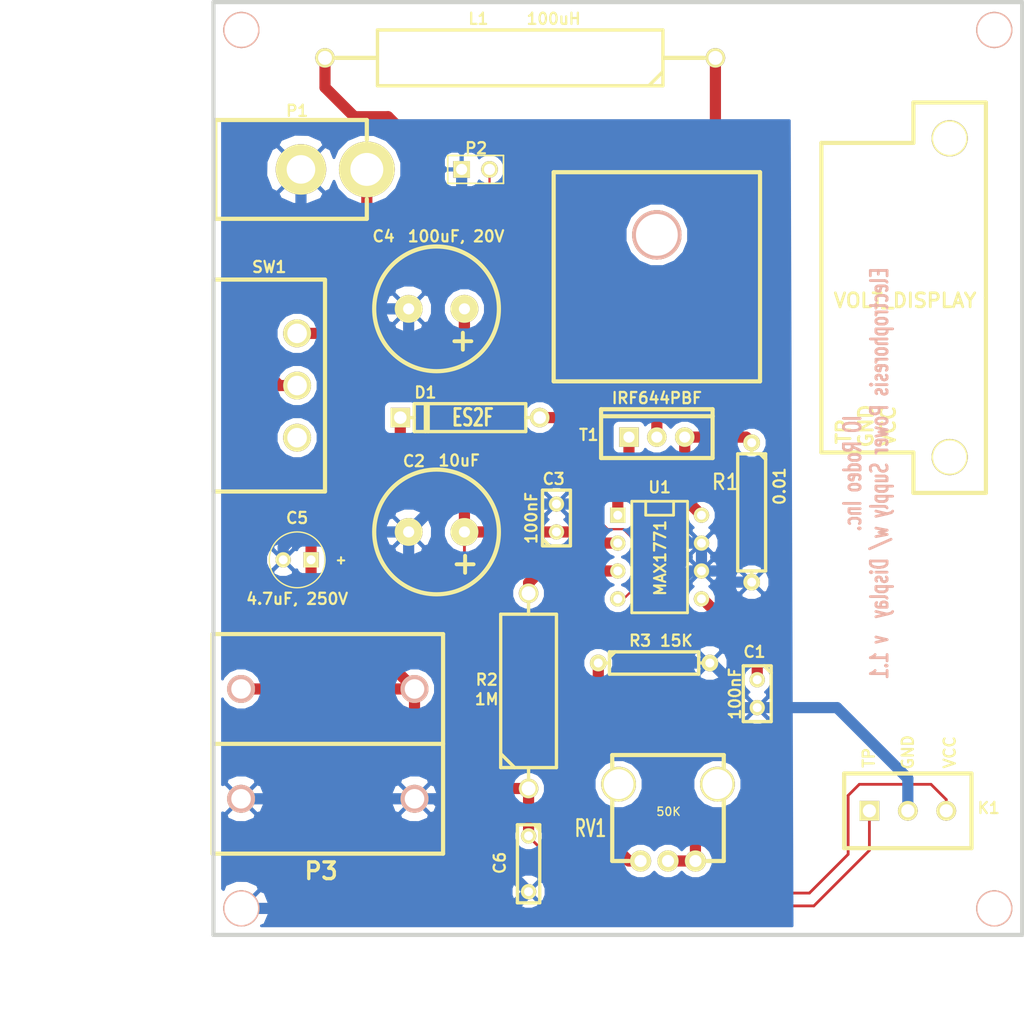
<source format=kicad_pcb>
(kicad_pcb (version 3) (host pcbnew "(2013-jul-07)-stable")

  (general
    (links 39)
    (no_connects 0)
    (area 66.801999 79.819499 164.646426 175.082202)
    (thickness 1.6002)
    (drawings 10)
    (tracks 140)
    (zones 0)
    (modules 24)
    (nets 12)
  )

  (page A4)
  (layers
    (15 Front signal)
    (0 Back signal)
    (16 B.Adhes user)
    (17 F.Adhes user)
    (18 B.Paste user)
    (19 F.Paste user)
    (20 B.SilkS user)
    (21 F.SilkS user)
    (22 B.Mask user)
    (23 F.Mask user)
    (24 Dwgs.User user)
    (25 Cmts.User user)
    (26 Eco1.User user)
    (27 Eco2.User user)
    (28 Edge.Cuts user)
  )

  (setup
    (last_trace_width 1.016)
    (trace_clearance 0.254)
    (zone_clearance 0.508)
    (zone_45_only no)
    (trace_min 0.2032)
    (segment_width 0.381)
    (edge_width 0.381)
    (via_size 0.889)
    (via_drill 0.635)
    (via_min_size 0.889)
    (via_min_drill 0.508)
    (uvia_size 0.508)
    (uvia_drill 0.127)
    (uvias_allowed no)
    (uvia_min_size 0.508)
    (uvia_min_drill 0.127)
    (pcb_text_width 0.3048)
    (pcb_text_size 1.524 2.032)
    (mod_edge_width 0.381)
    (mod_text_size 1.524 1.524)
    (mod_text_width 0.3048)
    (pad_size 3.302 3.302)
    (pad_drill 3.0226)
    (pad_to_mask_clearance 0.254)
    (aux_axis_origin 11.938 11.938)
    (visible_elements FFFFFFFF)
    (pcbplotparams
      (layerselection 284196865)
      (usegerberextensions true)
      (excludeedgelayer true)
      (linewidth 0.150000)
      (plotframeref false)
      (viasonmask false)
      (mode 1)
      (useauxorigin false)
      (hpglpennumber 1)
      (hpglpenspeed 20)
      (hpglpendiameter 15)
      (hpglpenoverlay 2)
      (psnegative false)
      (psa4output false)
      (plotreference true)
      (plotvalue true)
      (plotothertext true)
      (plotinvisibletext false)
      (padsonsilk false)
      (subtractmaskfromsilk false)
      (outputformat 1)
      (mirror false)
      (drillshape 0)
      (scaleselection 1)
      (outputdirectory gerber_v1p0/))
  )

  (net 0 "")
  (net 1 /HV)
  (net 2 /PWR)
  (net 3 /PWR_SW)
  (net 4 /SHDN)
  (net 5 GND)
  (net 6 N-0000010)
  (net 7 N-0000011)
  (net 8 N-0000012)
  (net 9 N-000003)
  (net 10 N-000007)
  (net 11 N-000008)

  (net_class Default "This is the default net class."
    (clearance 0.254)
    (trace_width 1.016)
    (via_dia 0.889)
    (via_drill 0.635)
    (uvia_dia 0.508)
    (uvia_drill 0.127)
    (add_net "")
    (add_net /HV)
    (add_net /PWR)
    (add_net /PWR_SW)
    (add_net GND)
    (add_net N-0000010)
    (add_net N-0000011)
    (add_net N-0000012)
    (add_net N-000003)
    (add_net N-000007)
    (add_net N-000008)
  )

  (net_class SHDN ""
    (clearance 0.254)
    (trace_width 0.2032)
    (via_dia 0.889)
    (via_drill 0.635)
    (uvia_dia 0.508)
    (uvia_drill 0.127)
    (add_net /SHDN)
  )

  (module slide_switch (layer Front) (tedit 5175CD83) (tstamp 50E7715C)
    (at 91.44 114.935 270)
    (path /506223F0)
    (fp_text reference SW1 (at -10.795 0 360) (layer F.SilkS)
      (effects (font (size 1.016 1.016) (thickness 0.2032)))
    )
    (fp_text value SWITCH_INV (at -0.01016 1.99898 270) (layer F.SilkS) hide
      (effects (font (size 1.524 1.524) (thickness 0.3048)))
    )
    (fp_line (start -9.652 -5.08) (end 9.652 -5.08) (layer F.SilkS) (width 0.381))
    (fp_line (start 9.652 -5.08) (end 9.652 5.08) (layer F.SilkS) (width 0.381))
    (fp_line (start 9.652 5.08) (end -9.652 5.08) (layer F.SilkS) (width 0.381))
    (fp_line (start -9.652 5.08) (end -9.652 -5.08) (layer F.SilkS) (width 0.381))
    (pad 1 thru_hole circle (at -4.7498 -2.54 270) (size 2.54 2.54) (drill 1.778)
      (layers *.Cu *.Mask F.SilkS)
      (net 3 /PWR_SW)
    )
    (pad 2 thru_hole circle (at 0 -2.54 270) (size 2.54 2.54) (drill 1.778)
      (layers *.Cu *.Mask F.SilkS)
      (net 2 /PWR)
    )
    (pad 3 thru_hole circle (at 4.7498 -2.54 270) (size 2.54 2.54) (drill 1.778)
      (layers *.Cu *.Mask F.SilkS)
    )
  )

  (module PIN_ARRAY_2X1 (layer Front) (tedit 5175D60F) (tstamp 50E77167)
    (at 110.236 95.25)
    (descr "Connecteurs 2 pins")
    (tags "CONN DEV")
    (path /506224F0)
    (fp_text reference P2 (at 0.0508 -1.9304) (layer F.SilkS)
      (effects (font (size 1.016 1.016) (thickness 0.2032)))
    )
    (fp_text value CONN_2 (at -0.254 0) (layer F.SilkS) hide
      (effects (font (size 0.762 0.762) (thickness 0.1524)))
    )
    (fp_line (start -2.54 1.27) (end -2.54 -1.27) (layer F.SilkS) (width 0.1524))
    (fp_line (start -2.54 -1.27) (end 2.54 -1.27) (layer F.SilkS) (width 0.1524))
    (fp_line (start 2.54 -1.27) (end 2.54 1.27) (layer F.SilkS) (width 0.1524))
    (fp_line (start 2.54 1.27) (end -2.54 1.27) (layer F.SilkS) (width 0.1524))
    (pad 1 thru_hole rect (at -1.27 0) (size 1.524 1.524) (drill 1.016)
      (layers *.Cu *.Mask F.SilkS)
      (net 5 GND)
    )
    (pad 2 thru_hole circle (at 1.27 0) (size 1.524 1.524) (drill 1.016)
      (layers *.Cu *.Mask F.SilkS)
      (net 4 /SHDN)
    )
    (model pin_array/pins_array_2x1.wrl
      (at (xyz 0 0 0))
      (scale (xyz 1 1 1))
      (rotate (xyz 0 0 0))
    )
  )

  (module DIP-8__300 (layer Front) (tedit 5175CE36) (tstamp 50E75116)
    (at 127 130.556 270)
    (descr "8 pins DIL package, round pads")
    (tags DIL)
    (path /5062213B)
    (fp_text reference U1 (at -6.35 0 360) (layer F.SilkS)
      (effects (font (size 1.016 1.016) (thickness 0.2032)))
    )
    (fp_text value MAX1771 (at 0.08636 -0.0508 270) (layer F.SilkS)
      (effects (font (size 1.016 1.016) (thickness 0.2032)))
    )
    (fp_line (start -5.08 -1.27) (end -3.81 -1.27) (layer F.SilkS) (width 0.254))
    (fp_line (start -3.81 -1.27) (end -3.81 1.27) (layer F.SilkS) (width 0.254))
    (fp_line (start -3.81 1.27) (end -5.08 1.27) (layer F.SilkS) (width 0.254))
    (fp_line (start -5.08 -2.54) (end 5.08 -2.54) (layer F.SilkS) (width 0.254))
    (fp_line (start 5.08 -2.54) (end 5.08 2.54) (layer F.SilkS) (width 0.254))
    (fp_line (start 5.08 2.54) (end -5.08 2.54) (layer F.SilkS) (width 0.254))
    (fp_line (start -5.08 2.54) (end -5.08 -2.54) (layer F.SilkS) (width 0.254))
    (pad 1 thru_hole rect (at -3.81 3.81 270) (size 1.397 1.397) (drill 0.8128)
      (layers *.Cu *.Mask F.SilkS)
      (net 11 N-000008)
    )
    (pad 2 thru_hole circle (at -1.27 3.81 270) (size 1.397 1.397) (drill 0.8128)
      (layers *.Cu *.Mask F.SilkS)
      (net 3 /PWR_SW)
    )
    (pad 3 thru_hole circle (at 1.27 3.81 270) (size 1.397 1.397) (drill 0.8128)
      (layers *.Cu *.Mask F.SilkS)
      (net 7 N-0000011)
    )
    (pad 4 thru_hole circle (at 3.81 3.81 270) (size 1.397 1.397) (drill 0.8128)
      (layers *.Cu *.Mask F.SilkS)
      (net 4 /SHDN)
    )
    (pad 5 thru_hole circle (at 3.81 -3.81 270) (size 1.397 1.397) (drill 0.8128)
      (layers *.Cu *.Mask F.SilkS)
      (net 10 N-000007)
    )
    (pad 6 thru_hole circle (at 1.27 -3.81 270) (size 1.397 1.397) (drill 0.8128)
      (layers *.Cu *.Mask F.SilkS)
      (net 5 GND)
    )
    (pad 7 thru_hole circle (at -1.27 -3.81 270) (size 1.397 1.397) (drill 0.8128)
      (layers *.Cu *.Mask F.SilkS)
      (net 5 GND)
    )
    (pad 8 thru_hole circle (at -3.81 -3.81 270) (size 1.397 1.397) (drill 0.8128)
      (layers *.Cu *.Mask F.SilkS)
      (net 9 N-000003)
    )
    (model dil/dil_8.wrl
      (at (xyz 0 0 0))
      (scale (xyz 1 1 1))
      (rotate (xyz 0 0 0))
    )
  )

  (module DCJACK_2PIN (layer Front) (tedit 5175CD7B) (tstamp 50E77150)
    (at 100.33 95.25 180)
    (path /50622201)
    (fp_text reference P1 (at 6.35 5.334 180) (layer F.SilkS)
      (effects (font (size 1.016 1.016) (thickness 0.2032)))
    )
    (fp_text value CONN_2 (at 7.874 0 180) (layer F.SilkS) hide
      (effects (font (size 1.524 1.524) (thickness 0.3048)))
    )
    (fp_line (start 0 -2.70002) (end 0 -4.50088) (layer F.SilkS) (width 0.381))
    (fp_line (start 0 -4.50088) (end 13.79982 -4.50088) (layer F.SilkS) (width 0.381))
    (fp_line (start 13.79982 -4.50088) (end 13.79982 4.39928) (layer F.SilkS) (width 0.381))
    (fp_line (start 13.79982 4.39928) (end 13.79982 4.50088) (layer F.SilkS) (width 0.381))
    (fp_line (start 13.79982 4.50088) (end 0 4.50088) (layer F.SilkS) (width 0.381))
    (fp_line (start 0 4.50088) (end 0 2.70002) (layer F.SilkS) (width 0.381))
    (pad 1 thru_hole circle (at 0 0 180) (size 5.08 5.08) (drill 2.99974)
      (layers *.Cu *.Mask F.SilkS)
      (net 2 /PWR)
    )
    (pad 2 thru_hole circle (at 5.99948 0 180) (size 4.59994 4.59994) (drill 2.60096)
      (layers *.Cu *.Mask F.SilkS)
      (net 5 GND)
    )
  )

  (module CAPPOL (layer Front) (tedit 51A399A7) (tstamp 50E74D69)
    (at 106.68 128.27 180)
    (path /5062216E)
    (fp_text reference C2 (at 2.0574 6.4516 180) (layer F.SilkS)
      (effects (font (size 1.016 1.016) (thickness 0.2032)))
    )
    (fp_text value 10uF (at -2.0574 6.5024 180) (layer F.SilkS)
      (effects (font (size 1.016 1.016) (thickness 0.2032)))
    )
    (fp_text user + (at -2.60096 -2.79908 180) (layer F.SilkS)
      (effects (font (size 2.032 2.032) (thickness 0.3556)))
    )
    (fp_circle (center 0 0) (end 5.08 2.54) (layer F.SilkS) (width 0.381))
    (pad 1 thru_hole circle (at -2.54 0 180) (size 2.54 2.54) (drill 1.016)
      (layers *.Cu *.Mask F.SilkS)
      (net 3 /PWR_SW)
    )
    (pad 2 thru_hole circle (at 2.54 0 180) (size 2.54 2.54) (drill 1.016)
      (layers *.Cu *.Mask F.SilkS)
      (net 5 GND)
    )
  )

  (module CAPPOL (layer Front) (tedit 598608C0) (tstamp 50E74D71)
    (at 106.68 107.95 180)
    (path /50622169)
    (fp_text reference C4 (at 4.826 6.604 180) (layer F.SilkS)
      (effects (font (size 1.016 1.016) (thickness 0.2032)))
    )
    (fp_text value "100uF, 20V" (at -1.778 6.604 180) (layer F.SilkS)
      (effects (font (size 1.016 1.016) (thickness 0.2032)))
    )
    (fp_text user + (at -2.39776 -2.80162 180) (layer F.SilkS)
      (effects (font (size 2.032 2.032) (thickness 0.3556)))
    )
    (fp_circle (center 0 0) (end 5.08 2.54) (layer F.SilkS) (width 0.381))
    (pad 1 thru_hole circle (at -2.54 0 180) (size 2.54 2.54) (drill 1.016)
      (layers *.Cu *.Mask F.SilkS)
      (net 3 /PWR_SW)
    )
    (pad 2 thru_hole circle (at 2.54 0 180) (size 2.54 2.54) (drill 1.016)
      (layers *.Cu *.Mask F.SilkS)
      (net 5 GND)
    )
  )

  (module C2 (layer Front) (tedit 51252A35) (tstamp 5175C5EE)
    (at 115.062 158.496 270)
    (descr "Condensateur = 2 pas")
    (tags C)
    (path /5062217E)
    (fp_text reference C6 (at -0.08128 2.62636 270) (layer F.SilkS)
      (effects (font (size 1.016 1.016) (thickness 0.2032)))
    )
    (fp_text value "100nF, 250V" (at 0 0 270) (layer F.SilkS) hide
      (effects (font (size 1.016 1.016) (thickness 0.2032)))
    )
    (fp_line (start -3.556 -1.016) (end 3.556 -1.016) (layer F.SilkS) (width 0.3048))
    (fp_line (start 3.556 -1.016) (end 3.556 1.016) (layer F.SilkS) (width 0.3048))
    (fp_line (start 3.556 1.016) (end -3.556 1.016) (layer F.SilkS) (width 0.3048))
    (fp_line (start -3.556 1.016) (end -3.556 -1.016) (layer F.SilkS) (width 0.3048))
    (fp_line (start -3.556 -0.508) (end -3.048 -1.016) (layer F.SilkS) (width 0.3048))
    (pad 1 thru_hole circle (at -2.54 0 270) (size 1.397 1.397) (drill 0.8128)
      (layers *.Cu *.Mask F.SilkS)
      (net 1 /HV)
    )
    (pad 2 thru_hole circle (at 2.54 0 270) (size 1.397 1.397) (drill 0.8128)
      (layers *.Cu *.Mask F.SilkS)
      (net 5 GND)
    )
    (model discret/capa_2pas_5x5mm.wrl
      (at (xyz 0 0 0))
      (scale (xyz 1 1 1))
      (rotate (xyz 0 0 0))
    )
  )

  (module C1V5 (layer Front) (tedit 598608CA) (tstamp 50E74D84)
    (at 93.98 130.81 180)
    (descr "Condensateur e = 1 pas")
    (tags C)
    (path /5062216C)
    (fp_text reference C5 (at 0 3.81 180) (layer F.SilkS)
      (effects (font (size 1.016 1.016) (thickness 0.2032)))
    )
    (fp_text value "4.7uF, 250V" (at 0 -3.556 180) (layer F.SilkS)
      (effects (font (size 1.016 1.016) (thickness 0.2032)))
    )
    (fp_text user + (at -4.0005 0 180) (layer F.SilkS)
      (effects (font (size 0.762 0.762) (thickness 0.2032)))
    )
    (fp_circle (center 0 0) (end 0.127 -2.54) (layer F.SilkS) (width 0.127))
    (pad 1 thru_hole rect (at -1.27 0 180) (size 1.397 1.397) (drill 0.8128)
      (layers *.Cu *.Mask F.SilkS)
      (net 1 /HV)
    )
    (pad 2 thru_hole circle (at 1.27 0 180) (size 1.397 1.397) (drill 0.8128)
      (layers *.Cu *.Mask F.SilkS)
      (net 5 GND)
    )
    (model discret/c_vert_c1v5.wrl
      (at (xyz 0 0 0))
      (scale (xyz 1 1 1))
      (rotate (xyz 0 0 0))
    )
  )

  (module C1 (layer Front) (tedit 5175CDFA) (tstamp 50E74D8F)
    (at 117.602 127 90)
    (descr "Condensateur e = 1 pas")
    (tags C)
    (path /50622184)
    (fp_text reference C3 (at 3.556 -0.254 180) (layer F.SilkS)
      (effects (font (size 1.016 1.016) (thickness 0.2032)))
    )
    (fp_text value 100nF (at 0 -2.286 90) (layer F.SilkS)
      (effects (font (size 1.016 1.016) (thickness 0.2032)))
    )
    (fp_line (start -2.4892 -1.27) (end 2.54 -1.27) (layer F.SilkS) (width 0.3048))
    (fp_line (start 2.54 -1.27) (end 2.54 1.27) (layer F.SilkS) (width 0.3048))
    (fp_line (start 2.54 1.27) (end -2.54 1.27) (layer F.SilkS) (width 0.3048))
    (fp_line (start -2.54 1.27) (end -2.54 -1.27) (layer F.SilkS) (width 0.3048))
    (fp_line (start -2.54 -0.635) (end -1.905 -1.27) (layer F.SilkS) (width 0.3048))
    (pad 1 thru_hole circle (at -1.27 0 90) (size 1.397 1.397) (drill 0.8128)
      (layers *.Cu *.Mask F.SilkS)
      (net 3 /PWR_SW)
    )
    (pad 2 thru_hole circle (at 1.27 0 90) (size 1.397 1.397) (drill 0.8128)
      (layers *.Cu *.Mask F.SilkS)
      (net 5 GND)
    )
    (model discret/capa_1_pas.wrl
      (at (xyz 0 0 0))
      (scale (xyz 1 1 1))
      (rotate (xyz 0 0 0))
    )
  )

  (module C1 (layer Front) (tedit 5175CE60) (tstamp 50E74D9A)
    (at 135.89 143.002 270)
    (descr "Condensateur e = 1 pas")
    (tags C)
    (path /50622181)
    (fp_text reference C1 (at -3.81 0.254 360) (layer F.SilkS)
      (effects (font (size 1.016 1.016) (thickness 0.2032)))
    )
    (fp_text value 100nF (at 0 2.032 270) (layer F.SilkS)
      (effects (font (size 1.016 1.016) (thickness 0.2032)))
    )
    (fp_line (start -2.4892 -1.27) (end 2.54 -1.27) (layer F.SilkS) (width 0.3048))
    (fp_line (start 2.54 -1.27) (end 2.54 1.27) (layer F.SilkS) (width 0.3048))
    (fp_line (start 2.54 1.27) (end -2.54 1.27) (layer F.SilkS) (width 0.3048))
    (fp_line (start -2.54 1.27) (end -2.54 -1.27) (layer F.SilkS) (width 0.3048))
    (fp_line (start -2.54 -0.635) (end -1.905 -1.27) (layer F.SilkS) (width 0.3048))
    (pad 1 thru_hole circle (at -1.27 0 270) (size 1.397 1.397) (drill 0.8128)
      (layers *.Cu *.Mask F.SilkS)
      (net 10 N-000007)
    )
    (pad 2 thru_hole circle (at 1.27 0 270) (size 1.397 1.397) (drill 0.8128)
      (layers *.Cu *.Mask F.SilkS)
      (net 5 GND)
    )
    (model discret/capa_1_pas.wrl
      (at (xyz 0 0 0))
      (scale (xyz 1 1 1))
      (rotate (xyz 0 0 0))
    )
  )

  (module MOUNT_HOLE_4_40 (layer Front) (tedit 51242535) (tstamp 5124265D)
    (at 157.48 162.56)
    (fp_text reference MOUNT_HOLE_1 (at 0 -2.032) (layer F.SilkS) hide
      (effects (font (size 0.254 0.254) (thickness 0.0635)))
    )
    (fp_text value VAL** (at 0 2.032) (layer F.SilkS) hide
      (effects (font (size 0.254 0.254) (thickness 0.0635)))
    )
    (pad "" thru_hole circle (at 0 0) (size 3.302 3.302) (drill 3.048)
      (layers *.Cu *.SilkS *.Mask)
    )
  )

  (module MOUNT_HOLE_4_40 (layer Front) (tedit 50E784A9) (tstamp 50E7CF87)
    (at 157.48 82.55)
    (fp_text reference MOUNT_HOLE_4 (at 0 -2.032) (layer F.SilkS) hide
      (effects (font (size 0.254 0.254) (thickness 0.0635)))
    )
    (fp_text value VAL** (at 0 2.032) (layer F.SilkS) hide
      (effects (font (size 0.254 0.254) (thickness 0.0635)))
    )
    (pad "" thru_hole circle (at 0 0) (size 3.302 3.302) (drill 3.048)
      (layers *.Cu *.SilkS *.Mask)
    )
  )

  (module MOUNT_HOLE_4_40 (layer Front) (tedit 50E78491) (tstamp 5175C71B)
    (at 88.9 82.55)
    (fp_text reference MOUNT_HOLE_2 (at 0 -2.032) (layer F.SilkS) hide
      (effects (font (size 0.254 0.254) (thickness 0.0635)))
    )
    (fp_text value VAL** (at 0 2.032) (layer F.SilkS) hide
      (effects (font (size 0.254 0.254) (thickness 0.0635)))
    )
    (pad "" thru_hole circle (at 0 0) (size 3.302 3.302) (drill 3.048)
      (layers *.Cu *.SilkS *.Mask)
    )
  )

  (module R4 (layer Front) (tedit 5175CF59) (tstamp 5124205F)
    (at 126.492 140.208)
    (descr "Resitance 4 pas")
    (tags R)
    (path /50622D01)
    (autoplace_cost180 10)
    (fp_text reference R3 (at -1.27 -2.032) (layer F.SilkS)
      (effects (font (size 1.016 1.016) (thickness 0.2032)))
    )
    (fp_text value 15K (at 2.032 -2.032) (layer F.SilkS)
      (effects (font (size 1.016 1.016) (thickness 0.2032)))
    )
    (fp_line (start -5.08 0) (end -4.064 0) (layer F.SilkS) (width 0.3048))
    (fp_line (start -4.064 0) (end -4.064 -1.016) (layer F.SilkS) (width 0.3048))
    (fp_line (start -4.064 -1.016) (end 4.064 -1.016) (layer F.SilkS) (width 0.3048))
    (fp_line (start 4.064 -1.016) (end 4.064 1.016) (layer F.SilkS) (width 0.3048))
    (fp_line (start 4.064 1.016) (end -4.064 1.016) (layer F.SilkS) (width 0.3048))
    (fp_line (start -4.064 1.016) (end -4.064 0) (layer F.SilkS) (width 0.3048))
    (fp_line (start -4.064 -0.508) (end -3.556 -1.016) (layer F.SilkS) (width 0.3048))
    (fp_line (start 5.08 0) (end 4.064 0) (layer F.SilkS) (width 0.3048))
    (pad 1 thru_hole circle (at -5.08 0) (size 1.524 1.524) (drill 0.8128)
      (layers *.Cu *.Mask F.SilkS)
      (net 8 N-0000012)
    )
    (pad 2 thru_hole circle (at 5.08 0) (size 1.524 1.524) (drill 0.8128)
      (layers *.Cu *.Mask F.SilkS)
      (net 5 GND)
    )
    (model discret/resistor.wrl
      (at (xyz 0 0 0))
      (scale (xyz 0.4 0.4 0.4))
      (rotate (xyz 0 0 0))
    )
  )

  (module D5 (layer Front) (tedit 5175CE03) (tstamp 512420B8)
    (at 109.728 117.856 180)
    (descr "Diode 5 pas")
    (tags "DIODE DEV")
    (path /506226AA)
    (fp_text reference D1 (at 4.064 2.286 180) (layer F.SilkS)
      (effects (font (size 1.016 1.016) (thickness 0.2032)))
    )
    (fp_text value ES2F (at -0.254 0 180) (layer F.SilkS)
      (effects (font (size 1.524 1.016) (thickness 0.254)))
    )
    (fp_line (start 6.35 0) (end 5.08 0) (layer F.SilkS) (width 0.3048))
    (fp_line (start 5.08 0) (end 5.08 -1.27) (layer F.SilkS) (width 0.3048))
    (fp_line (start 5.08 -1.27) (end -5.08 -1.27) (layer F.SilkS) (width 0.3048))
    (fp_line (start -5.08 -1.27) (end -5.08 0) (layer F.SilkS) (width 0.3048))
    (fp_line (start -5.08 0) (end -6.35 0) (layer F.SilkS) (width 0.3048))
    (fp_line (start -5.08 0) (end -5.08 1.27) (layer F.SilkS) (width 0.3048))
    (fp_line (start -5.08 1.27) (end 5.08 1.27) (layer F.SilkS) (width 0.3048))
    (fp_line (start 5.08 1.27) (end 5.08 0) (layer F.SilkS) (width 0.3048))
    (fp_line (start 3.81 -1.27) (end 3.81 1.27) (layer F.SilkS) (width 0.3048))
    (fp_line (start 4.064 -1.27) (end 4.064 1.27) (layer F.SilkS) (width 0.3048))
    (pad 1 thru_hole circle (at -6.35 0 180) (size 1.778 1.778) (drill 1.143)
      (layers *.Cu *.Mask F.SilkS)
      (net 6 N-0000010)
    )
    (pad 2 thru_hole rect (at 6.35 0 180) (size 1.778 1.778) (drill 1.143)
      (layers *.Cu *.Mask F.SilkS)
      (net 1 /HV)
    )
    (model discret/diode.wrl
      (at (xyz 0 0 0))
      (scale (xyz 0.5 0.5 0.5))
      (rotate (xyz 0 0 0))
    )
  )

  (module R7 (layer Front) (tedit 5175CD61) (tstamp 512420F8)
    (at 115.062 142.748 90)
    (descr "Resitance 7 pas")
    (tags R)
    (path /50622CFF)
    (autoplace_cost180 10)
    (fp_text reference R2 (at 1.016 -3.81 180) (layer F.SilkS)
      (effects (font (size 1.016 1.016) (thickness 0.2032)))
    )
    (fp_text value 1M (at -0.762 -3.81 180) (layer F.SilkS)
      (effects (font (size 1.016 1.016) (thickness 0.2032)))
    )
    (fp_line (start -8.89 0) (end -8.89 0) (layer F.SilkS) (width 0.3048))
    (fp_line (start -8.89 0) (end -8.89 0) (layer F.SilkS) (width 0.3048))
    (fp_line (start 6.985 0) (end 8.89 0) (layer F.SilkS) (width 0.3048))
    (fp_line (start 8.89 0) (end 8.89 0) (layer F.SilkS) (width 0.3048))
    (fp_line (start 6.985 2.54) (end -6.985 2.54) (layer F.SilkS) (width 0.3048))
    (fp_line (start -6.985 -2.54) (end 6.985 -2.54) (layer F.SilkS) (width 0.3048))
    (fp_line (start -6.985 -1.27) (end -5.715 -2.54) (layer F.SilkS) (width 0.3048))
    (fp_line (start 6.985 -2.54) (end 6.985 2.54) (layer F.SilkS) (width 0.3048))
    (fp_line (start -6.985 -2.54) (end -6.985 2.54) (layer F.SilkS) (width 0.3048))
    (fp_line (start -8.89 0) (end -6.985 0) (layer F.SilkS) (width 0.3048))
    (pad 1 thru_hole circle (at -8.89 0 90) (size 1.778 1.778) (drill 1.27)
      (layers *.Cu *.Mask F.SilkS)
      (net 1 /HV)
    )
    (pad 2 thru_hole circle (at 8.89 0 90) (size 1.778 1.778) (drill 1.27)
      (layers *.Cu *.Mask F.SilkS)
      (net 7 N-0000011)
    )
    (model discret/resistor.wrl
      (at (xyz 0 0 0))
      (scale (xyz 0.7 0.7 0.7))
      (rotate (xyz 0 0 0))
    )
  )

  (module R5 (layer Front) (tedit 51A399D5) (tstamp 51242116)
    (at 135.382 126.492 270)
    (descr "Resistance 5 pas")
    (tags R)
    (path /50622C5E)
    (autoplace_cost180 10)
    (fp_text reference R1 (at -2.7686 2.3876 360) (layer F.SilkS)
      (effects (font (size 1.397 1.27) (thickness 0.2032)))
    )
    (fp_text value 0.01 (at -2.3876 -2.54 270) (layer F.SilkS)
      (effects (font (size 1.016 1.016) (thickness 0.2032)))
    )
    (fp_line (start -6.35 0) (end -5.334 0) (layer F.SilkS) (width 0.3048))
    (fp_line (start 6.35 0) (end 5.334 0) (layer F.SilkS) (width 0.3048))
    (fp_line (start 5.334 -1.27) (end 5.334 1.27) (layer F.SilkS) (width 0.3048))
    (fp_line (start 5.334 1.27) (end -5.334 1.27) (layer F.SilkS) (width 0.3048))
    (fp_line (start -5.334 1.27) (end -5.334 -1.27) (layer F.SilkS) (width 0.3048))
    (fp_line (start -5.334 -1.27) (end 5.334 -1.27) (layer F.SilkS) (width 0.3048))
    (fp_line (start -5.334 -0.762) (end -4.826 -1.27) (layer F.SilkS) (width 0.3048))
    (pad 1 thru_hole circle (at -6.35 0 270) (size 1.524 1.524) (drill 0.8128)
      (layers *.Cu *.Mask F.SilkS)
      (net 9 N-000003)
    )
    (pad 2 thru_hole circle (at 6.35 0 270) (size 1.524 1.524) (drill 0.8128)
      (layers *.Cu *.Mask F.SilkS)
      (net 5 GND)
    )
    (model discret/resistor.wrl
      (at (xyz 0 0 0))
      (scale (xyz 0.5 0.5 0.5))
      (rotate (xyz 0 0 0))
    )
  )

  (module INDUCTOR_COIL (layer Front) (tedit 5175C728) (tstamp 51242043)
    (at 114.3 85.09 180)
    (descr "Power inductor")
    (tags L)
    (path /506223C6)
    (autoplace_cost180 10)
    (fp_text reference L1 (at 3.81 3.556 180) (layer F.SilkS)
      (effects (font (size 1.016 1.016) (thickness 0.2032)))
    )
    (fp_text value 100uH (at -3.048 3.556 180) (layer F.SilkS)
      (effects (font (size 1.016 1.016) (thickness 0.2032)))
    )
    (fp_line (start -13.081 0) (end -16.764 0) (layer F.SilkS) (width 0.381))
    (fp_line (start 13.208 0) (end 16.764 0) (layer F.SilkS) (width 0.381))
    (fp_line (start 12.99972 2.54) (end -12.99972 2.54) (layer F.SilkS) (width 0.3048))
    (fp_line (start -12.99972 -2.54) (end 12.99972 -2.54) (layer F.SilkS) (width 0.3048))
    (fp_line (start -12.98448 -1.27) (end -11.71448 -2.54) (layer F.SilkS) (width 0.3048))
    (fp_line (start 12.99972 -2.54) (end 12.99972 2.54) (layer F.SilkS) (width 0.3048))
    (fp_line (start -12.99972 -2.54) (end -12.99972 2.54) (layer F.SilkS) (width 0.3048))
    (pad 1 thru_hole circle (at -17.78 0 180) (size 1.778 1.778) (drill 1.27)
      (layers *.Cu *.Mask F.SilkS)
      (net 6 N-0000010)
    )
    (pad 2 thru_hole circle (at 17.78 0 180) (size 1.778 1.778) (drill 1.27)
      (layers *.Cu *.Mask F.SilkS)
      (net 3 /PWR_SW)
    )
    (model discret/resistor.wrl
      (at (xyz 0 0 0))
      (scale (xyz 0.7 0.7 0.7))
      (rotate (xyz 0 0 0))
    )
  )

  (module BANANA_JACK (layer Front) (tedit 5175C5C4) (tstamp 51242098)
    (at 96.774 147.574)
    (path /50622205)
    (fp_text reference P3 (at -0.60706 11.5824) (layer F.SilkS)
      (effects (font (size 1.524 1.524) (thickness 0.3048)))
    )
    (fp_text value CONN_2 (at 0.53594 -1.3716) (layer F.SilkS) hide
      (effects (font (size 1.524 1.524) (thickness 0.3048)))
    )
    (fp_line (start -10.50036 0) (end 10.50036 0) (layer F.SilkS) (width 0.381))
    (fp_line (start -10.50036 -9.99998) (end -10.50036 9.99998) (layer F.SilkS) (width 0.381))
    (fp_line (start 10.50036 -9.99998) (end 10.50036 9.99998) (layer F.SilkS) (width 0.381))
    (fp_line (start -10.50036 -9.99998) (end 10.50036 -9.99998) (layer F.SilkS) (width 0.381))
    (fp_line (start 10.50036 9.99998) (end -10.50036 9.99998) (layer F.SilkS) (width 0.381))
    (pad 1 thru_hole circle (at -7.8994 -5.00126) (size 2.54 2.54) (drill 1.778)
      (layers *.Cu *.Paste *.SilkS *.Mask)
      (net 1 /HV)
    )
    (pad 1 thru_hole circle (at 7.8994 -5.00126) (size 2.54 2.54) (drill 1.778)
      (layers *.Cu *.Paste *.SilkS *.Mask)
      (net 1 /HV)
    )
    (pad 2 thru_hole circle (at -7.8994 5.00126) (size 2.54 2.54) (drill 1.778)
      (layers *.Cu *.Paste *.SilkS *.Mask)
      (net 5 GND)
    )
    (pad 2 thru_hole circle (at 7.8994 5.00126) (size 2.54 2.54) (drill 1.778)
      (layers *.Cu *.Paste *.SilkS *.Mask)
      (net 5 GND)
    )
  )

  (module TO220_VERT_MOD (layer Front) (tedit 5175CE1D) (tstamp 51243468)
    (at 126.746 119.634 90)
    (descr "Regulateur TO220 serie LM78xx")
    (tags "TR TO220")
    (path /50622BF8)
    (fp_text reference T1 (at 0.20066 -6.20014 180) (layer F.SilkS)
      (effects (font (size 1.016 1.016) (thickness 0.2032)))
    )
    (fp_text value IRF644PBF (at 3.556 0 180) (layer F.SilkS)
      (effects (font (size 1.016 1.016) (thickness 0.2032)))
    )
    (fp_line (start 24.13 9.398) (end 24.13 -9.398) (layer F.SilkS) (width 0.381))
    (fp_line (start 5.08 9.398) (end 24.13 9.398) (layer F.SilkS) (width 0.381))
    (fp_line (start 5.08 -9.398) (end 24.13 -9.398) (layer F.SilkS) (width 0.381))
    (fp_line (start 5.08 -9.398) (end 5.08 9.398) (layer F.SilkS) (width 0.381))
    (fp_line (start 1.905 -5.08) (end 2.54 -5.08) (layer F.SilkS) (width 0.381))
    (fp_line (start 2.54 -5.08) (end 2.54 5.08) (layer F.SilkS) (width 0.381))
    (fp_line (start 2.54 5.08) (end 1.905 5.08) (layer F.SilkS) (width 0.381))
    (fp_line (start -1.905 -5.08) (end 1.905 -5.08) (layer F.SilkS) (width 0.381))
    (fp_line (start 1.905 -5.08) (end 1.905 5.08) (layer F.SilkS) (width 0.381))
    (fp_line (start 1.905 5.08) (end -1.905 5.08) (layer F.SilkS) (width 0.381))
    (fp_line (start -1.905 5.08) (end -1.905 -5.08) (layer F.SilkS) (width 0.381))
    (pad 1 thru_hole rect (at 0 -2.54 90) (size 1.778 1.778) (drill 1.016)
      (layers *.Cu *.Mask F.SilkS)
      (net 11 N-000008)
    )
    (pad 2 thru_hole circle (at 0 0 90) (size 1.778 1.778) (drill 1.016)
      (layers *.Cu *.Mask F.SilkS)
      (net 6 N-0000010)
    )
    (pad 3 thru_hole circle (at 0 2.54 90) (size 1.778 1.778) (drill 1.016)
      (layers *.Cu *.Mask F.SilkS)
      (net 9 N-000003)
    )
    (pad "" thru_hole circle (at 18.42008 0 90) (size 4.50088 4.50088) (drill 3.81)
      (layers *.Cu *.Paste *.SilkS *.Mask)
    )
  )

  (module POT_EVUF2A (layer Front) (tedit 51252A50) (tstamp 512432BF)
    (at 127.762 158.242 270)
    (path /50622DAA)
    (fp_text reference RV1 (at -2.9718 7.0612 360) (layer F.SilkS)
      (effects (font (size 1.524 1.016) (thickness 0.2032)))
    )
    (fp_text value 50K (at -4.4958 -0.0508 360) (layer F.SilkS)
      (effects (font (size 0.762 0.762) (thickness 0.127)))
    )
    (fp_line (start -5.08 -5.08) (end -5.588 -5.08) (layer F.SilkS) (width 0.381))
    (fp_line (start -8.89 -5.08) (end -8.382 -5.08) (layer F.SilkS) (width 0.381))
    (fp_line (start -8.89 5.08) (end -8.382 5.08) (layer F.SilkS) (width 0.381))
    (fp_line (start -5.08 5.08) (end -5.588 5.08) (layer F.SilkS) (width 0.381))
    (fp_line (start 0 3.81) (end 0 3.556) (layer F.SilkS) (width 0.381))
    (fp_line (start -5.08 5.08) (end 0 5.08) (layer F.SilkS) (width 0.381))
    (fp_line (start 0 5.08) (end 0 3.81) (layer F.SilkS) (width 0.381))
    (fp_line (start -8.89 -5.08) (end -9.652 -5.08) (layer F.SilkS) (width 0.381))
    (fp_line (start -9.652 -5.08) (end -9.652 5.08) (layer F.SilkS) (width 0.381))
    (fp_line (start -9.652 5.08) (end -8.89 5.08) (layer F.SilkS) (width 0.381))
    (fp_line (start 0 -3.556) (end 0 -5.08) (layer F.SilkS) (width 0.381))
    (fp_line (start 0 -5.08) (end -5.08 -5.08) (layer F.SilkS) (width 0.381))
    (pad 1 thru_hole circle (at 0 2.49936 270) (size 1.9304 1.9304) (drill 1.09982)
      (layers *.Cu *.Mask F.SilkS)
      (net 7 N-0000011)
    )
    (pad 2 thru_hole circle (at 0 0 270) (size 1.9304 1.9304) (drill 1.09982)
      (layers *.Cu *.Mask F.SilkS)
      (net 8 N-0000012)
    )
    (pad 3 thru_hole circle (at 0 -2.49936 270) (size 1.9304 1.9304) (drill 1.09982)
      (layers *.Cu *.Mask F.SilkS)
      (net 8 N-0000012)
    )
    (pad "" thru_hole circle (at -7.00024 4.50088 270) (size 3.175 3.175) (drill 2.7178)
      (layers *.Cu *.Mask F.SilkS)
    )
    (pad "" thru_hole circle (at -7.00024 -4.50088 270) (size 3.175 3.175) (drill 2.7178)
      (layers *.Cu *.Mask F.SilkS)
    )
  )

  (module MOUNT_HOLE_4_40_GND (layer Front) (tedit 5124389B) (tstamp 512438BA)
    (at 88.9 162.56)
    (path /51243742)
    (fp_text reference P4 (at 0 -2.032) (layer F.SilkS) hide
      (effects (font (size 0.254 0.254) (thickness 0.0635)))
    )
    (fp_text value CONN_1 (at 0 2.032) (layer F.SilkS) hide
      (effects (font (size 0.254 0.254) (thickness 0.0635)))
    )
    (pad 1 thru_hole circle (at 0 0) (size 3.302 3.302) (drill 3.048)
      (layers *.Cu *.SilkS *.Mask)
      (net 5 GND)
    )
  )

  (module CONNBLOCK3 (layer Front) (tedit 59860A39) (tstamp 5985FF52)
    (at 149.606 153.67)
    (path /5985FDFC)
    (fp_text reference K1 (at 7.366 -0.254) (layer F.SilkS)
      (effects (font (size 1.016 1.016) (thickness 0.2032)))
    )
    (fp_text value CONN_3 (at 0.254 5.08) (layer F.SilkS) hide
      (effects (font (size 1.524 1.524) (thickness 0.3048)))
    )
    (fp_line (start -5.79882 -3.40106) (end -5.79882 3.40106) (layer F.SilkS) (width 0.381))
    (fp_line (start -5.79882 3.40106) (end 5.79882 3.40106) (layer F.SilkS) (width 0.381))
    (fp_line (start 5.79882 3.40106) (end 5.79882 -3.40106) (layer F.SilkS) (width 0.381))
    (fp_line (start 5.79882 -3.40106) (end -5.79882 -3.40106) (layer F.SilkS) (width 0.381))
    (pad 2 thru_hole circle (at 0 0) (size 1.80086 1.80086) (drill 1.19888)
      (layers *.Cu *.Mask F.SilkS)
      (net 5 GND)
    )
    (pad 1 thru_hole rect (at -3.50012 0) (size 1.80086 1.80086) (drill 1.19888)
      (layers *.Cu *.Mask F.SilkS)
      (net 1 /HV)
    )
    (pad 3 thru_hole circle (at 3.50012 0) (size 1.80086 1.80086) (drill 1.19888)
      (layers *.Cu *.Mask F.SilkS)
      (net 3 /PWR_SW)
    )
  )

  (module VOLT_DISPLAY (layer Front) (tedit 598606FB) (tstamp 598604BA)
    (at 153.416 106.934 270)
    (fp_text reference VOLT_DISPLAY (at 0.254 4.064 360) (layer F.SilkS)
      (effects (font (size 1.27 1.27) (thickness 0.254)))
    )
    (fp_text value "" (at -11.938 8.128 360) (layer F.SilkS) hide
      (effects (font (size 1.524 1.524) (thickness 0.3048)))
    )
    (fp_text user TP (at 12.192 9.652 270) (layer F.SilkS)
      (effects (font (size 1.27 1.27) (thickness 0.254)))
    )
    (fp_text user GND (at 11.684 7.62 270) (layer F.SilkS)
      (effects (font (size 1.27 1.27) (thickness 0.254)))
    )
    (fp_text user VCC (at 11.684 5.588 270) (layer F.SilkS)
      (effects (font (size 1.27 1.27) (thickness 0.254)))
    )
    (fp_line (start -14.097 11.684) (end 14.097 11.684) (layer F.SilkS) (width 0.381))
    (fp_line (start 14.097 3.302) (end 14.097 11.684) (layer F.SilkS) (width 0.381))
    (fp_line (start -14.097 3.302) (end -14.097 11.684) (layer F.SilkS) (width 0.381))
    (fp_line (start -17.78 3.302) (end -14.097 3.302) (layer F.SilkS) (width 0.381))
    (fp_line (start 17.78 3.302) (end 14.097 3.302) (layer F.SilkS) (width 0.381))
    (fp_line (start -17.78 -3.302) (end -17.78 3.302) (layer F.SilkS) (width 0.381))
    (fp_line (start 17.78 -3.302) (end 17.78 3.302) (layer F.SilkS) (width 0.381))
    (fp_line (start 0 -3.302) (end 17.78 -3.302) (layer F.SilkS) (width 0.381))
    (fp_line (start 0 -3.302) (end -17.78 -3.302) (layer F.SilkS) (width 0.381))
    (pad "" thru_hole circle (at -14.5161 0 270) (size 3.302 3.302) (drill 3.0226)
      (layers *.Cu *.Mask F.SilkS)
    )
    (pad "" thru_hole circle (at 14.5161 0 270) (size 3.302 3.302) (drill 3.0226)
      (layers *.Cu *.Mask F.SilkS)
    )
  )

  (dimension 84.963 (width 0.3048) (layer Dwgs.User)
    (gr_text "84.963 mm" (at 73.5584 122.4915 270) (layer Dwgs.User)
      (effects (font (size 2.032 1.524) (thickness 0.3048)))
    )
    (feature1 (pts (xy 86.36 164.973) (xy 71.9328 164.973)))
    (feature2 (pts (xy 86.36 80.01) (xy 71.9328 80.01)))
    (crossbar (pts (xy 75.184 80.01) (xy 75.184 164.973)))
    (arrow1a (pts (xy 75.184 164.973) (xy 74.59758 163.846497)))
    (arrow1b (pts (xy 75.184 164.973) (xy 75.77042 163.846497)))
    (arrow2a (pts (xy 75.184 80.01) (xy 74.59758 81.136503)))
    (arrow2b (pts (xy 75.184 80.01) (xy 75.77042 81.136503)))
  )
  (dimension 73.66 (width 0.3048) (layer Dwgs.User)
    (gr_text "73.660 mm" (at 123.19 173.456601) (layer Dwgs.User)
      (effects (font (size 2.032 1.524) (thickness 0.3048)))
    )
    (feature1 (pts (xy 160.02 164.973) (xy 160.02 175.082201)))
    (feature2 (pts (xy 86.36 164.973) (xy 86.36 175.082201)))
    (crossbar (pts (xy 86.36 171.831001) (xy 160.02 171.831001)))
    (arrow1a (pts (xy 160.02 171.831001) (xy 158.893497 172.417421)))
    (arrow1b (pts (xy 160.02 171.831001) (xy 158.893497 171.244581)))
    (arrow2a (pts (xy 86.36 171.831001) (xy 87.486503 172.417421)))
    (arrow2b (pts (xy 86.36 171.831001) (xy 87.486503 171.244581)))
  )
  (gr_line (start 86.36 80.01) (end 86.36 164.973) (angle 90) (layer Edge.Cuts) (width 0.381))
  (gr_line (start 86.36 164.973) (end 160.02 164.973) (angle 90) (layer Edge.Cuts) (width 0.381))
  (gr_line (start 86.36 80.01) (end 160.02 80.01) (angle 90) (layer Edge.Cuts) (width 0.381))
  (gr_text TP (at 146.05 148.844 90) (layer F.SilkS)
    (effects (font (size 1.016 1.016) (thickness 0.2032)))
  )
  (gr_text GND (at 149.606 148.336 90) (layer F.SilkS)
    (effects (font (size 1.016 1.016) (thickness 0.2032)))
  )
  (gr_text VCC (at 153.416 148.336 90) (layer F.SilkS)
    (effects (font (size 1.016 1.016) (thickness 0.2032)))
  )
  (gr_line (start 160.02 80.01) (end 160.02 164.973) (angle 90) (layer Edge.Cuts) (width 0.381))
  (gr_text "IO Rodeo Inc.\nElectrophoresis Power Supply w/ Display  v 1.1" (at 145.796 122.936 90) (layer B.SilkS)
    (effects (font (size 1.524 1.016) (thickness 0.254)) (justify mirror))
  )

  (segment (start 115.062 155.956) (end 115.062 156.0068) (width 0.254) (layer Front) (net 1) (status C00000))
  (segment (start 146.10588 157.27172) (end 146.10588 153.67) (width 0.254) (layer Front) (net 1) (tstamp 5C1C2900) (status 800000))
  (segment (start 141.0462 162.3314) (end 146.10588 157.27172) (width 0.254) (layer Front) (net 1) (tstamp 5C1C28FE))
  (segment (start 121.3866 162.3314) (end 141.0462 162.3314) (width 0.254) (layer Front) (net 1) (tstamp 5C1C28FA))
  (segment (start 115.062 156.0068) (end 121.3866 162.3314) (width 0.254) (layer Front) (net 1) (tstamp 5C1C28F4) (status 400000))
  (segment (start 115.062 151.638) (end 115.062 155.956) (width 1.016) (layer Front) (net 1) (status C00000))
  (segment (start 104.6734 142.57274) (end 104.6734 144.7546) (width 1.016) (layer Front) (net 1) (status 400000))
  (segment (start 111.5568 151.638) (end 115.062 151.638) (width 1.016) (layer Front) (net 1) (tstamp 5C1C25AC) (status 800000))
  (segment (start 104.6734 144.7546) (end 111.5568 151.638) (width 1.016) (layer Front) (net 1) (tstamp 5C1C25A7))
  (segment (start 88.8746 142.57274) (end 104.6734 142.57274) (width 1.016) (layer Front) (net 1) (status C00000))
  (segment (start 104.6734 142.57274) (end 95.25 133.14934) (width 1.016) (layer Front) (net 1) (tstamp 5C1C2598) (status 400000))
  (segment (start 95.25 133.14934) (end 95.25 130.81) (width 1.016) (layer Front) (net 1) (tstamp 5C1C259C) (status 800000))
  (segment (start 95.25 130.81) (end 95.25 127.6858) (width 1.016) (layer Front) (net 1) (status 400000))
  (segment (start 103.378 119.5578) (end 103.378 117.856) (width 1.016) (layer Front) (net 1) (tstamp 5C1C258F) (status 800000))
  (segment (start 95.25 127.6858) (end 103.378 119.5578) (width 1.016) (layer Front) (net 1) (tstamp 5C1C258A))
  (segment (start 100.33 95.25) (end 100.33 100.838) (width 1.016) (layer Front) (net 2) (status 400000))
  (segment (start 92.3544 114.935) (end 93.98 114.935) (width 1.016) (layer Front) (net 2) (tstamp 5C1C24AD) (status 800000))
  (segment (start 90.4494 113.03) (end 92.3544 114.935) (width 1.016) (layer Front) (net 2) (tstamp 5C1C24AC))
  (segment (start 90.4494 106.68) (end 90.4494 113.03) (width 1.016) (layer Front) (net 2) (tstamp 5C1C24A8))
  (segment (start 93.8022 103.3272) (end 90.4494 106.68) (width 1.016) (layer Front) (net 2) (tstamp 5C1C24A7))
  (segment (start 97.8408 103.3272) (end 93.8022 103.3272) (width 1.016) (layer Front) (net 2) (tstamp 5C1C24A6))
  (segment (start 100.33 100.838) (end 97.8408 103.3272) (width 1.016) (layer Front) (net 2) (tstamp 5C1C24A1))
  (segment (start 153.10612 153.67) (end 153.10612 152.64892) (width 0.254) (layer Front) (net 3) (status 400000))
  (segment (start 109.22 133.9342) (end 109.22 128.27) (width 0.254) (layer Front) (net 3) (tstamp 5C1C2963) (status 800000))
  (segment (start 117.1702 141.8844) (end 109.22 133.9342) (width 0.254) (layer Front) (net 3) (tstamp 5C1C2960))
  (segment (start 117.1702 156.1846) (end 117.1702 141.8844) (width 0.254) (layer Front) (net 3) (tstamp 5C1C295B))
  (segment (start 122.1486 161.163) (end 117.1702 156.1846) (width 0.254) (layer Front) (net 3) (tstamp 5C1C2956))
  (segment (start 140.6398 161.163) (end 122.1486 161.163) (width 0.254) (layer Front) (net 3) (tstamp 5C1C2953))
  (segment (start 144.1704 157.6324) (end 140.6398 161.163) (width 0.254) (layer Front) (net 3) (tstamp 5C1C294E))
  (segment (start 144.1704 152.273) (end 144.1704 157.6324) (width 0.254) (layer Front) (net 3) (tstamp 5C1C294A))
  (segment (start 145.1864 151.257) (end 144.1704 152.273) (width 0.254) (layer Front) (net 3) (tstamp 5C1C2949))
  (segment (start 151.7142 151.257) (end 145.1864 151.257) (width 0.254) (layer Front) (net 3) (tstamp 5C1C2947))
  (segment (start 153.10612 152.64892) (end 151.7142 151.257) (width 0.254) (layer Front) (net 3) (tstamp 5C1C2940))
  (segment (start 109.22 128.27) (end 117.602 128.27) (width 1.016) (layer Front) (net 3) (status C00000))
  (segment (start 123.19 129.286) (end 120.5992 129.286) (width 1.016) (layer Front) (net 3) (status 400000))
  (segment (start 120.5992 129.286) (end 119.5832 128.27) (width 1.016) (layer Front) (net 3) (tstamp 5C1C263C))
  (segment (start 119.5832 128.27) (end 117.602 128.27) (width 1.016) (layer Front) (net 3) (tstamp 5C1C263D) (status 800000))
  (segment (start 109.22 107.95) (end 109.22 128.27) (width 1.016) (layer Front) (net 3) (status C00000))
  (segment (start 96.393 110.1852) (end 100.1776 110.1852) (width 1.016) (layer Front) (net 3))
  (segment (start 109.22 110.0328) (end 109.22 107.95) (width 1.016) (layer Front) (net 3) (tstamp 5C1C24F5) (status 800000))
  (segment (start 107.4928 111.76) (end 109.22 110.0328) (width 1.016) (layer Front) (net 3) (tstamp 5C1C24F4))
  (segment (start 101.7524 111.76) (end 107.4928 111.76) (width 1.016) (layer Front) (net 3) (tstamp 5C1C24F3))
  (segment (start 100.1776 110.1852) (end 101.7524 111.76) (width 1.016) (layer Front) (net 3) (tstamp 5C1C24F2))
  (segment (start 96.52 85.09) (end 96.52 87.7824) (width 1.016) (layer Front) (net 3) (status 400000))
  (segment (start 96.4184 110.1852) (end 96.393 110.1852) (width 1.016) (layer Front) (net 3) (tstamp 5C1C24EB))
  (segment (start 96.393 110.1852) (end 93.98 110.1852) (width 1.016) (layer Front) (net 3) (tstamp 5C1C24F0) (status 800000))
  (segment (start 105.156 101.4476) (end 96.4184 110.1852) (width 1.016) (layer Front) (net 3) (tstamp 5C1C24E3))
  (segment (start 105.156 93.345) (end 105.156 101.4476) (width 1.016) (layer Front) (net 3) (tstamp 5C1C24E2))
  (segment (start 102.2604 90.4494) (end 105.156 93.345) (width 1.016) (layer Front) (net 3) (tstamp 5C1C24E1))
  (segment (start 99.187 90.4494) (end 102.2604 90.4494) (width 1.016) (layer Front) (net 3) (tstamp 5C1C24E0))
  (segment (start 96.52 87.7824) (end 99.187 90.4494) (width 1.016) (layer Front) (net 3) (tstamp 5C1C24DE))
  (segment (start 123.19 134.366) (end 123.7234 134.366) (width 0.2032) (layer Front) (net 4) (status C00000))
  (segment (start 111.506 117.2464) (end 111.506 95.25) (width 0.2032) (layer Front) (net 4) (tstamp 5C1C2760) (status 800000))
  (segment (start 122.2756 128.016) (end 111.506 117.2464) (width 0.2032) (layer Front) (net 4) (tstamp 5C1C275A))
  (segment (start 123.698 128.016) (end 122.2756 128.016) (width 0.2032) (layer Front) (net 4) (tstamp 5C1C2758))
  (segment (start 124.7394 129.0574) (end 123.698 128.016) (width 0.2032) (layer Front) (net 4) (tstamp 5C1C2756))
  (segment (start 124.7394 133.35) (end 124.7394 129.0574) (width 0.2032) (layer Front) (net 4) (tstamp 5C1C2753))
  (segment (start 123.7234 134.366) (end 124.7394 133.35) (width 0.2032) (layer Front) (net 4) (tstamp 5C1C2751) (status 400000))
  (segment (start 104.6734 152.57526) (end 106.60126 152.57526) (width 1.016) (layer Back) (net 5) (status 400000))
  (segment (start 106.60126 152.57526) (end 115.062 161.036) (width 1.016) (layer Back) (net 5) (tstamp 5C1C2A0E) (status 800000))
  (segment (start 88.9 162.56) (end 113.538 162.56) (width 1.016) (layer Back) (net 5) (status 400000))
  (segment (start 113.538 162.56) (end 115.062 161.036) (width 1.016) (layer Back) (net 5) (tstamp 5C1C2A0A) (status 800000))
  (segment (start 96.9518 147.5232) (end 96.9518 147.6248) (width 1.016) (layer Back) (net 5))
  (segment (start 101.90226 152.57526) (end 104.6734 152.57526) (width 1.016) (layer Back) (net 5) (tstamp 5C1C29F5) (status 800000))
  (segment (start 96.9518 147.6248) (end 101.90226 152.57526) (width 1.016) (layer Back) (net 5) (tstamp 5C1C29F4))
  (segment (start 104.14 128.27) (end 104.14 136.9822) (width 1.016) (layer Back) (net 5) (status 400000))
  (segment (start 91.89974 152.57526) (end 88.8746 152.57526) (width 1.016) (layer Back) (net 5) (tstamp 5C1C29EF) (status 800000))
  (segment (start 97.0534 147.4216) (end 96.9518 147.5232) (width 1.016) (layer Back) (net 5) (tstamp 5C1C29EC))
  (segment (start 96.9518 147.5232) (end 91.89974 152.57526) (width 1.016) (layer Back) (net 5) (tstamp 5C1C29F2))
  (segment (start 97.0534 144.0688) (end 97.0534 147.4216) (width 1.016) (layer Back) (net 5) (tstamp 5C1C29E9))
  (segment (start 104.14 136.9822) (end 97.0534 144.0688) (width 1.016) (layer Back) (net 5) (tstamp 5C1C29E5))
  (segment (start 135.89 144.272) (end 143.1544 144.272) (width 1.016) (layer Back) (net 5) (status 400000))
  (segment (start 149.606 150.7236) (end 149.606 153.67) (width 1.016) (layer Back) (net 5) (tstamp 5C1C29DF) (status 800000))
  (segment (start 143.1544 144.272) (end 149.606 150.7236) (width 1.016) (layer Back) (net 5) (tstamp 5C1C29DC))
  (segment (start 131.572 140.208) (end 131.7498 140.208) (width 1.016) (layer Back) (net 5) (status C00000))
  (segment (start 134.0358 144.272) (end 135.89 144.272) (width 1.016) (layer Back) (net 5) (tstamp 5C1C29D9) (status 800000))
  (segment (start 133.4262 143.6624) (end 134.0358 144.272) (width 1.016) (layer Back) (net 5) (tstamp 5C1C29D8))
  (segment (start 133.4262 141.8844) (end 133.4262 143.6624) (width 1.016) (layer Back) (net 5) (tstamp 5C1C29D6))
  (segment (start 131.7498 140.208) (end 133.4262 141.8844) (width 1.016) (layer Back) (net 5) (tstamp 5C1C29D5) (status 400000))
  (segment (start 130.81 131.826) (end 129.794 131.826) (width 1.016) (layer Back) (net 5) (status 400000))
  (segment (start 130.2004 140.208) (end 131.572 140.208) (width 1.016) (layer Back) (net 5) (tstamp 5C1C29D1) (status 800000))
  (segment (start 128.5748 138.5824) (end 130.2004 140.208) (width 1.016) (layer Back) (net 5) (tstamp 5C1C29D0))
  (segment (start 128.5748 133.0452) (end 128.5748 138.5824) (width 1.016) (layer Back) (net 5) (tstamp 5C1C29CE))
  (segment (start 129.794 131.826) (end 128.5748 133.0452) (width 1.016) (layer Back) (net 5) (tstamp 5C1C29CC))
  (segment (start 130.81 131.826) (end 132.5118 131.826) (width 1.016) (layer Back) (net 5) (status 400000))
  (segment (start 133.5278 132.842) (end 135.382 132.842) (width 1.016) (layer Back) (net 5) (tstamp 5C1C29BB) (status 800000))
  (segment (start 132.5118 131.826) (end 133.5278 132.842) (width 1.016) (layer Back) (net 5) (tstamp 5C1C29B9))
  (segment (start 130.81 129.286) (end 130.81 131.826) (width 1.016) (layer Back) (net 5) (status C00000))
  (segment (start 117.602 125.73) (end 120.3706 125.73) (width 1.016) (layer Back) (net 5) (status 400000))
  (segment (start 129.6924 129.286) (end 130.81 129.286) (width 1.016) (layer Back) (net 5) (tstamp 5C1C29B4) (status 800000))
  (segment (start 124.8918 124.4854) (end 129.6924 129.286) (width 1.016) (layer Back) (net 5) (tstamp 5C1C29B2))
  (segment (start 121.6152 124.4854) (end 124.8918 124.4854) (width 1.016) (layer Back) (net 5) (tstamp 5C1C29B1))
  (segment (start 120.3706 125.73) (end 121.6152 124.4854) (width 1.016) (layer Back) (net 5) (tstamp 5C1C29AE))
  (segment (start 117.602 125.73) (end 107.4674 125.73) (width 1.016) (layer Back) (net 5) (status 400000))
  (segment (start 107.4674 125.73) (end 106.426 124.6886) (width 1.016) (layer Back) (net 5) (tstamp 5C1C29A4))
  (segment (start 92.71 130.81) (end 92.71 129.667) (width 1.016) (layer Back) (net 5) (status 400000))
  (segment (start 94.107 128.27) (end 104.14 128.27) (width 1.016) (layer Back) (net 5) (tstamp 5C1C299F) (status 800000))
  (segment (start 92.71 129.667) (end 94.107 128.27) (width 1.016) (layer Back) (net 5) (tstamp 5C1C299E))
  (segment (start 104.14 107.95) (end 104.14 112.649) (width 1.016) (layer Back) (net 5) (status 400000))
  (segment (start 106.426 125.984) (end 104.14 128.27) (width 1.016) (layer Back) (net 5) (tstamp 5C1C2998) (status 800000))
  (segment (start 106.426 114.935) (end 106.426 124.6886) (width 1.016) (layer Back) (net 5) (tstamp 5C1C2995))
  (segment (start 106.426 124.6886) (end 106.426 125.984) (width 1.016) (layer Back) (net 5) (tstamp 5C1C29AA))
  (segment (start 104.14 112.649) (end 106.426 114.935) (width 1.016) (layer Back) (net 5) (tstamp 5C1C298D))
  (segment (start 104.14 107.95) (end 99.3394 107.95) (width 1.016) (layer Back) (net 5) (status 400000))
  (segment (start 94.33052 102.94112) (end 94.33052 98.69932) (width 1.016) (layer Back) (net 5) (tstamp 5C1C2552))
  (segment (start 99.3394 107.95) (end 94.33052 102.94112) (width 1.016) (layer Back) (net 5) (tstamp 5C1C254E))
  (segment (start 94.33052 95.25) (end 94.33052 98.69932) (width 1.016) (layer Back) (net 5) (status 400000))
  (segment (start 108.966 98.1202) (end 108.966 95.25) (width 1.016) (layer Back) (net 5) (tstamp 5C1C2533) (status 800000))
  (segment (start 107.1118 99.9744) (end 108.966 98.1202) (width 1.016) (layer Back) (net 5) (tstamp 5C1C2532))
  (segment (start 95.6056 99.9744) (end 107.1118 99.9744) (width 1.016) (layer Back) (net 5) (tstamp 5C1C2530))
  (segment (start 94.33052 98.69932) (end 95.6056 99.9744) (width 1.016) (layer Back) (net 5) (tstamp 5C1C2527))
  (segment (start 116.078 117.856) (end 117.8814 117.856) (width 1.016) (layer Front) (net 6) (status 400000))
  (segment (start 122.0978 113.6396) (end 126.746 113.6396) (width 1.016) (layer Front) (net 6) (tstamp 5C1C2510))
  (segment (start 117.8814 117.856) (end 122.0978 113.6396) (width 1.016) (layer Front) (net 6) (tstamp 5C1C250E))
  (segment (start 132.08 85.09) (end 132.08 108.2294) (width 1.016) (layer Front) (net 6) (status 400000))
  (segment (start 126.746 113.5634) (end 126.746 113.6396) (width 1.016) (layer Front) (net 6) (tstamp 5C1C2509))
  (segment (start 126.746 113.6396) (end 126.746 119.634) (width 1.016) (layer Front) (net 6) (tstamp 5C1C2516) (status 800000))
  (segment (start 132.08 108.2294) (end 126.746 113.5634) (width 1.016) (layer Front) (net 6) (tstamp 5C1C2502))
  (segment (start 125.26264 158.242) (end 124.206 158.242) (width 1.016) (layer Front) (net 7) (status 400000))
  (segment (start 118.872 133.985) (end 121.031 131.826) (width 1.016) (layer Front) (net 7) (tstamp 5C1C2631))
  (segment (start 118.872 152.908) (end 118.872 133.985) (width 1.016) (layer Front) (net 7) (tstamp 5C1C262B))
  (segment (start 124.206 158.242) (end 118.872 152.908) (width 1.016) (layer Front) (net 7) (tstamp 5C1C262A))
  (segment (start 115.062 133.858) (end 115.062 132.9182) (width 1.016) (layer Front) (net 7) (status 400000))
  (segment (start 116.1542 131.826) (end 121.031 131.826) (width 1.016) (layer Front) (net 7) (tstamp 5C1C25D1))
  (segment (start 121.031 131.826) (end 123.19 131.826) (width 1.016) (layer Front) (net 7) (tstamp 5C1C2634) (status 800000))
  (segment (start 115.062 132.9182) (end 116.1542 131.826) (width 1.016) (layer Front) (net 7) (tstamp 5C1C25CE))
  (segment (start 127.762 158.242) (end 130.26136 158.242) (width 1.016) (layer Front) (net 8) (status C00000))
  (segment (start 130.26136 158.242) (end 130.26136 154.23896) (width 1.016) (layer Front) (net 8) (status 400000))
  (segment (start 121.412 145.3896) (end 121.412 140.208) (width 1.016) (layer Front) (net 8) (tstamp 5C1C2604) (status 800000))
  (segment (start 130.26136 154.23896) (end 121.412 145.3896) (width 1.016) (layer Front) (net 8) (tstamp 5C1C2602))
  (segment (start 129.286 119.634) (end 134.874 119.634) (width 1.016) (layer Front) (net 9) (status C00000))
  (segment (start 134.874 119.634) (end 135.382 120.142) (width 1.016) (layer Front) (net 9) (tstamp 5C1C29C1) (status C00000))
  (segment (start 129.286 119.634) (end 129.286 125.222) (width 1.016) (layer Front) (net 9) (status 400000))
  (segment (start 129.286 125.222) (end 130.81 126.746) (width 1.016) (layer Front) (net 9) (tstamp 5C1C265D) (status 800000))
  (segment (start 130.81 134.366) (end 130.9116 134.366) (width 1.016) (layer Front) (net 10) (status C00000))
  (segment (start 135.89 139.3444) (end 135.89 141.732) (width 1.016) (layer Front) (net 10) (tstamp 5C1C266E) (status 800000))
  (segment (start 130.9116 134.366) (end 135.89 139.3444) (width 1.016) (layer Front) (net 10) (tstamp 5C1C266B) (status 400000))
  (segment (start 123.19 126.746) (end 123.19 122.5296) (width 1.016) (layer Front) (net 11) (status 400000))
  (segment (start 124.206 121.5136) (end 124.206 119.634) (width 1.016) (layer Front) (net 11) (tstamp 5C1C2651) (status 800000))
  (segment (start 123.19 122.5296) (end 124.206 121.5136) (width 1.016) (layer Front) (net 11) (tstamp 5C1C264F))

  (zone (net 5) (net_name GND) (layer Back) (tstamp 5175D086) (hatch edge 0.508)
    (connect_pads (clearance 0.508))
    (min_thickness 0.254)
    (fill (arc_segments 16) (thermal_gap 0.762) (thermal_bridge_width 0.381))
    (polygon
      (pts
        (xy 139.192 164.592) (xy 86.868 164.592) (xy 86.868 90.678) (xy 138.938 90.678)
      )
    )
    (filled_polygon
      (pts
        (xy 139.063471 164.1475) (xy 137.477506 164.1475) (xy 137.477506 143.956272) (xy 137.235841 143.372793) (xy 137.23579 143.372716)
        (xy 137.22373 143.371099) (xy 137.22373 141.467914) (xy 137.033502 141.007526) (xy 137.033502 132.516135) (xy 136.783085 131.908939)
        (xy 136.780209 131.904632) (xy 136.779241 131.904481) (xy 136.779241 119.865339) (xy 136.567009 119.351697) (xy 136.17437 118.958372)
        (xy 135.661099 118.745244) (xy 135.105339 118.744759) (xy 134.591697 118.956991) (xy 134.198372 119.34963) (xy 133.985244 119.862901)
        (xy 133.984759 120.418661) (xy 134.196991 120.932303) (xy 134.58963 121.325628) (xy 135.102901 121.538756) (xy 135.658661 121.539241)
        (xy 136.172303 121.327009) (xy 136.565628 120.93437) (xy 136.778756 120.421099) (xy 136.779241 119.865339) (xy 136.779241 131.904481)
        (xy 136.459075 131.854728) (xy 136.369272 131.944531) (xy 136.369272 131.764925) (xy 136.319368 131.443791) (xy 135.712943 131.191508)
        (xy 135.056135 131.190498) (xy 134.448939 131.440915) (xy 134.444632 131.443791) (xy 134.394728 131.764925) (xy 135.382 132.752197)
        (xy 136.369272 131.764925) (xy 136.369272 131.944531) (xy 135.471803 132.842) (xy 136.459075 133.829272) (xy 136.780209 133.779368)
        (xy 137.032492 133.172943) (xy 137.033502 132.516135) (xy 137.033502 141.007526) (xy 137.021145 140.97762) (xy 136.646353 140.602174)
        (xy 136.369272 140.487119) (xy 136.369272 133.919075) (xy 135.382 132.931803) (xy 135.292197 133.021606) (xy 135.292197 132.842)
        (xy 134.304925 131.854728) (xy 133.983791 131.904632) (xy 133.731508 132.511057) (xy 133.730498 133.167865) (xy 133.980915 133.775061)
        (xy 133.983791 133.779368) (xy 134.304925 133.829272) (xy 135.292197 132.842) (xy 135.292197 133.021606) (xy 134.394728 133.919075)
        (xy 134.444632 134.240209) (xy 135.051057 134.492492) (xy 135.707865 134.493502) (xy 136.315061 134.243085) (xy 136.319368 134.240209)
        (xy 136.369272 133.919075) (xy 136.369272 140.487119) (xy 136.156413 140.398733) (xy 135.625914 140.39827) (xy 135.13562 140.600855)
        (xy 134.760174 140.975647) (xy 134.556733 141.465587) (xy 134.55627 141.996086) (xy 134.758855 142.48638) (xy 135.133647 142.861826)
        (xy 135.139875 142.864412) (xy 134.990793 142.926159) (xy 134.990716 142.92621) (xy 134.948554 143.240752) (xy 135.89 144.182197)
        (xy 136.831446 143.240752) (xy 136.789284 142.92621) (xy 136.640707 142.864662) (xy 136.64438 142.863145) (xy 137.019826 142.488353)
        (xy 137.223267 141.998413) (xy 137.22373 141.467914) (xy 137.22373 143.371099) (xy 136.921248 143.330554) (xy 135.979803 144.272)
        (xy 136.921248 145.213446) (xy 137.23579 145.171284) (xy 137.477489 144.587818) (xy 137.477506 143.956272) (xy 137.477506 164.1475)
        (xy 136.831446 164.1475) (xy 136.831446 145.303248) (xy 135.89 144.361803) (xy 135.800197 144.451605) (xy 135.800197 144.272)
        (xy 134.858752 143.330554) (xy 134.54421 143.372716) (xy 134.302511 143.956182) (xy 134.302494 144.587728) (xy 134.544159 145.171207)
        (xy 134.54421 145.171284) (xy 134.858752 145.213446) (xy 135.800197 144.272) (xy 135.800197 144.451605) (xy 134.948554 145.303248)
        (xy 134.990716 145.61779) (xy 135.574182 145.859489) (xy 136.205728 145.859506) (xy 136.789207 145.617841) (xy 136.789284 145.61779)
        (xy 136.831446 145.303248) (xy 136.831446 164.1475) (xy 134.485765 164.1475) (xy 134.485765 150.801617) (xy 134.148122 149.98446)
        (xy 133.523469 149.358715) (xy 133.223502 149.234157) (xy 133.223502 139.882135) (xy 132.973085 139.274939) (xy 132.970209 139.270632)
        (xy 132.649075 139.220728) (xy 132.559272 139.310531) (xy 132.559272 139.130925) (xy 132.509368 138.809791) (xy 132.397506 138.763254)
        (xy 132.397506 131.510272) (xy 132.397506 128.970272) (xy 132.155841 128.386793) (xy 132.15579 128.386716) (xy 132.14373 128.385099)
        (xy 132.14373 126.481914) (xy 131.941145 125.99162) (xy 131.566353 125.616174) (xy 131.076413 125.412733) (xy 130.810263 125.4125)
        (xy 130.810263 119.332188) (xy 130.578737 118.771852) (xy 130.150403 118.34277) (xy 129.63194 118.127485) (xy 129.63194 100.642489)
        (xy 129.193583 99.581585) (xy 128.382604 98.769189) (xy 127.322467 98.328982) (xy 126.174569 98.32798) (xy 125.113665 98.766337)
        (xy 124.301269 99.577316) (xy 123.861062 100.637453) (xy 123.86006 101.785351) (xy 124.298417 102.846255) (xy 125.109396 103.658651)
        (xy 126.169533 104.098858) (xy 127.317431 104.09986) (xy 128.378335 103.661503) (xy 129.190731 102.850524) (xy 129.630938 101.790387)
        (xy 129.63194 100.642489) (xy 129.63194 118.127485) (xy 129.590472 118.110266) (xy 128.984188 118.109737) (xy 128.423852 118.341263)
        (xy 128.015664 118.748739) (xy 127.610403 118.34277) (xy 127.050472 118.110266) (xy 126.444188 118.109737) (xy 125.883852 118.341263)
        (xy 125.693687 118.531095) (xy 125.633641 118.385771) (xy 125.455168 118.206987) (xy 125.221864 118.110111) (xy 124.969245 118.10989)
        (xy 123.191245 118.10989) (xy 122.957771 118.206359) (xy 122.778987 118.384832) (xy 122.682111 118.618136) (xy 122.68189 118.870755)
        (xy 122.68189 120.648755) (xy 122.778359 120.882229) (xy 122.956832 121.061013) (xy 123.190136 121.157889) (xy 123.442755 121.15811)
        (xy 125.220755 121.15811) (xy 125.454229 121.061641) (xy 125.633013 120.883168) (xy 125.693703 120.737008) (xy 125.881597 120.92523)
        (xy 126.441528 121.157734) (xy 127.047812 121.158263) (xy 127.608148 120.926737) (xy 128.016335 120.51926) (xy 128.421597 120.92523)
        (xy 128.981528 121.157734) (xy 129.587812 121.158263) (xy 130.148148 120.926737) (xy 130.57723 120.498403) (xy 130.809734 119.938472)
        (xy 130.810263 119.332188) (xy 130.810263 125.4125) (xy 130.545914 125.41227) (xy 130.05562 125.614855) (xy 129.680174 125.989647)
        (xy 129.476733 126.479587) (xy 129.47627 127.010086) (xy 129.678855 127.50038) (xy 130.053647 127.875826) (xy 130.059875 127.878412)
        (xy 129.910793 127.940159) (xy 129.910716 127.94021) (xy 129.868554 128.254752) (xy 130.81 129.196197) (xy 131.751446 128.254752)
        (xy 131.709284 127.94021) (xy 131.560707 127.878662) (xy 131.56438 127.877145) (xy 131.939826 127.502353) (xy 132.143267 127.012413)
        (xy 132.14373 126.481914) (xy 132.14373 128.385099) (xy 131.841248 128.344554) (xy 130.899803 129.286) (xy 131.841248 130.227446)
        (xy 132.15579 130.185284) (xy 132.397489 129.601818) (xy 132.397506 128.970272) (xy 132.397506 131.510272) (xy 132.155841 130.926793)
        (xy 132.15579 130.926716) (xy 131.841248 130.884554) (xy 131.751446 130.974356) (xy 131.751446 130.794752) (xy 131.719443 130.556)
        (xy 131.751446 130.317248) (xy 130.81 129.375803) (xy 130.720197 129.465605) (xy 130.720197 129.286) (xy 129.778752 128.344554)
        (xy 129.46421 128.386716) (xy 129.222511 128.970182) (xy 129.222494 129.601728) (xy 129.464159 130.185207) (xy 129.46421 130.185284)
        (xy 129.778752 130.227446) (xy 130.720197 129.286) (xy 130.720197 129.465605) (xy 129.868554 130.317248) (xy 129.900556 130.556)
        (xy 129.868554 130.794752) (xy 130.81 131.736197) (xy 131.751446 130.794752) (xy 131.751446 130.974356) (xy 130.899803 131.826)
        (xy 131.841248 132.767446) (xy 132.15579 132.725284) (xy 132.397489 132.141818) (xy 132.397506 131.510272) (xy 132.397506 138.763254)
        (xy 132.14373 138.657679) (xy 132.14373 134.101914) (xy 131.941145 133.61162) (xy 131.566353 133.236174) (xy 131.560124 133.233587)
        (xy 131.709207 133.171841) (xy 131.709284 133.17179) (xy 131.751446 132.857248) (xy 130.81 131.915803) (xy 130.720197 132.005605)
        (xy 130.720197 131.826) (xy 129.778752 130.884554) (xy 129.46421 130.926716) (xy 129.222511 131.510182) (xy 129.222494 132.141728)
        (xy 129.464159 132.725207) (xy 129.46421 132.725284) (xy 129.778752 132.767446) (xy 130.720197 131.826) (xy 130.720197 132.005605)
        (xy 129.868554 132.857248) (xy 129.910716 133.17179) (xy 130.059292 133.233337) (xy 130.05562 133.234855) (xy 129.680174 133.609647)
        (xy 129.476733 134.099587) (xy 129.47627 134.630086) (xy 129.678855 135.12038) (xy 130.053647 135.495826) (xy 130.543587 135.699267)
        (xy 131.074086 135.69973) (xy 131.56438 135.497145) (xy 131.939826 135.122353) (xy 132.143267 134.632413) (xy 132.14373 134.101914)
        (xy 132.14373 138.657679) (xy 131.902943 138.557508) (xy 131.246135 138.556498) (xy 130.638939 138.806915) (xy 130.634632 138.809791)
        (xy 130.584728 139.130925) (xy 131.572 140.118197) (xy 132.559272 139.130925) (xy 132.559272 139.310531) (xy 131.661803 140.208)
        (xy 132.649075 141.195272) (xy 132.970209 141.145368) (xy 133.222492 140.538943) (xy 133.223502 139.882135) (xy 133.223502 149.234157)
        (xy 132.706902 149.019647) (xy 132.559272 149.019518) (xy 132.559272 141.285075) (xy 131.572 140.297803) (xy 131.482197 140.387606)
        (xy 131.482197 140.208) (xy 130.494925 139.220728) (xy 130.173791 139.270632) (xy 129.921508 139.877057) (xy 129.920498 140.533865)
        (xy 130.170915 141.141061) (xy 130.173791 141.145368) (xy 130.494925 141.195272) (xy 131.482197 140.208) (xy 131.482197 140.387606)
        (xy 130.584728 141.285075) (xy 130.634632 141.606209) (xy 131.241057 141.858492) (xy 131.897865 141.859502) (xy 132.505061 141.609085)
        (xy 132.509368 141.606209) (xy 132.559272 141.285075) (xy 132.559272 149.019518) (xy 131.822737 149.018875) (xy 131.00558 149.356518)
        (xy 130.379835 149.981171) (xy 130.040767 150.797738) (xy 130.039995 151.681903) (xy 130.377638 152.49906) (xy 131.002291 153.124805)
        (xy 131.818858 153.463873) (xy 132.703023 153.464645) (xy 133.52018 153.127002) (xy 134.145925 152.502349) (xy 134.484993 151.685782)
        (xy 134.485765 150.801617) (xy 134.485765 164.1475) (xy 131.861836 164.1475) (xy 131.861836 157.925097) (xy 131.618734 157.336744)
        (xy 131.168984 156.886208) (xy 130.581056 156.642079) (xy 129.944457 156.641524) (xy 129.356104 156.884626) (xy 129.011473 157.228655)
        (xy 128.669624 156.886208) (xy 128.081696 156.642079) (xy 127.445097 156.641524) (xy 126.856744 156.884626) (xy 126.512113 157.228655)
        (xy 126.170264 156.886208) (xy 125.582336 156.642079) (xy 125.484005 156.641993) (xy 125.484005 150.801617) (xy 125.146362 149.98446)
        (xy 124.52373 149.360739) (xy 124.52373 134.101914) (xy 124.321145 133.61162) (xy 123.946353 133.236174) (xy 123.608551 133.095906)
        (xy 123.94438 132.957145) (xy 124.319826 132.582353) (xy 124.523267 132.092413) (xy 124.52373 131.561914) (xy 124.321145 131.07162)
        (xy 123.946353 130.696174) (xy 123.608551 130.555906) (xy 123.94438 130.417145) (xy 124.319826 130.042353) (xy 124.523267 129.552413)
        (xy 124.52373 129.021914) (xy 124.321145 128.53162) (xy 123.946353 128.156174) (xy 123.761966 128.07961) (xy 124.014255 128.07961)
        (xy 124.247729 127.983141) (xy 124.426513 127.804668) (xy 124.523389 127.571364) (xy 124.52361 127.318745) (xy 124.52361 125.921745)
        (xy 124.427141 125.688271) (xy 124.248668 125.509487) (xy 124.015364 125.412611) (xy 123.762745 125.41239) (xy 122.365745 125.41239)
        (xy 122.132271 125.508859) (xy 121.953487 125.687332) (xy 121.856611 125.920636) (xy 121.85639 126.173255) (xy 121.85639 127.570255)
        (xy 121.952859 127.803729) (xy 122.131332 127.982513) (xy 122.364636 128.079389) (xy 122.617255 128.07961) (xy 122.617727 128.07961)
        (xy 122.43562 128.154855) (xy 122.060174 128.529647) (xy 121.856733 129.019587) (xy 121.85627 129.550086) (xy 122.058855 130.04038)
        (xy 122.433647 130.415826) (xy 122.771448 130.556093) (xy 122.43562 130.694855) (xy 122.060174 131.069647) (xy 121.856733 131.559587)
        (xy 121.85627 132.090086) (xy 122.058855 132.58038) (xy 122.433647 132.955826) (xy 122.771448 133.096093) (xy 122.43562 133.234855)
        (xy 122.060174 133.609647) (xy 121.856733 134.099587) (xy 121.85627 134.630086) (xy 122.058855 135.12038) (xy 122.433647 135.495826)
        (xy 122.923587 135.699267) (xy 123.454086 135.69973) (xy 123.94438 135.497145) (xy 124.319826 135.122353) (xy 124.523267 134.632413)
        (xy 124.52373 134.101914) (xy 124.52373 149.360739) (xy 124.521709 149.358715) (xy 123.705142 149.019647) (xy 122.820977 149.018875)
        (xy 122.809241 149.023724) (xy 122.809241 139.931339) (xy 122.597009 139.417697) (xy 122.20437 139.024372) (xy 121.691099 138.811244)
        (xy 121.135339 138.810759) (xy 120.621697 139.022991) (xy 120.228372 139.41563) (xy 120.015244 139.928901) (xy 120.014759 140.484661)
        (xy 120.226991 140.998303) (xy 120.61963 141.391628) (xy 121.132901 141.604756) (xy 121.688661 141.605241) (xy 122.202303 141.393009)
        (xy 122.595628 141.00037) (xy 122.808756 140.487099) (xy 122.809241 139.931339) (xy 122.809241 149.023724) (xy 122.00382 149.356518)
        (xy 121.378075 149.981171) (xy 121.039007 150.797738) (xy 121.038235 151.681903) (xy 121.375878 152.49906) (xy 122.000531 153.124805)
        (xy 122.817098 153.463873) (xy 123.701263 153.464645) (xy 124.51842 153.127002) (xy 125.144165 152.502349) (xy 125.483233 151.685782)
        (xy 125.484005 150.801617) (xy 125.484005 156.641993) (xy 124.945737 156.641524) (xy 124.357384 156.884626) (xy 123.906848 157.334376)
        (xy 123.662719 157.922304) (xy 123.662164 158.558903) (xy 123.905266 159.147256) (xy 124.355016 159.597792) (xy 124.942944 159.841921)
        (xy 125.579543 159.842476) (xy 126.167896 159.599374) (xy 126.512526 159.255344) (xy 126.854376 159.597792) (xy 127.442304 159.841921)
        (xy 128.078903 159.842476) (xy 128.667256 159.599374) (xy 129.011886 159.255344) (xy 129.353736 159.597792) (xy 129.941664 159.841921)
        (xy 130.578263 159.842476) (xy 131.166616 159.599374) (xy 131.617152 159.149624) (xy 131.861281 158.561696) (xy 131.861836 157.925097)
        (xy 131.861836 164.1475) (xy 119.189506 164.1475) (xy 119.189506 125.414272) (xy 118.947841 124.830793) (xy 118.94779 124.830716)
        (xy 118.633248 124.788554) (xy 118.543446 124.878356) (xy 118.543446 124.698752) (xy 118.501284 124.38421) (xy 117.917818 124.142511)
        (xy 117.602263 124.142502) (xy 117.602263 117.554188) (xy 117.370737 116.993852) (xy 116.942403 116.56477) (xy 116.382472 116.332266)
        (xy 115.776188 116.331737) (xy 115.215852 116.563263) (xy 114.78677 116.991597) (xy 114.554266 117.551528) (xy 114.553737 118.157812)
        (xy 114.785263 118.718148) (xy 115.213597 119.14723) (xy 115.773528 119.379734) (xy 116.379812 119.380263) (xy 116.940148 119.148737)
        (xy 117.36923 118.720403) (xy 117.601734 118.160472) (xy 117.602263 117.554188) (xy 117.602263 124.142502) (xy 117.286272 124.142494)
        (xy 116.702793 124.384159) (xy 116.702716 124.38421) (xy 116.660554 124.698752) (xy 117.602 125.640197) (xy 118.543446 124.698752)
        (xy 118.543446 124.878356) (xy 117.691803 125.73) (xy 118.633248 126.671446) (xy 118.94779 126.629284) (xy 119.189489 126.045818)
        (xy 119.189506 125.414272) (xy 119.189506 164.1475) (xy 118.93573 164.1475) (xy 118.93573 128.005914) (xy 118.733145 127.51562)
        (xy 118.358353 127.140174) (xy 118.352124 127.137587) (xy 118.501207 127.075841) (xy 118.501284 127.07579) (xy 118.543446 126.761248)
        (xy 117.602 125.819803) (xy 117.512197 125.909605) (xy 117.512197 125.73) (xy 116.570752 124.788554) (xy 116.25621 124.830716)
        (xy 116.014511 125.414182) (xy 116.014494 126.045728) (xy 116.256159 126.629207) (xy 116.25621 126.629284) (xy 116.570752 126.671446)
        (xy 117.512197 125.73) (xy 117.512197 125.909605) (xy 116.660554 126.761248) (xy 116.702716 127.07579) (xy 116.851292 127.137337)
        (xy 116.84762 127.138855) (xy 116.472174 127.513647) (xy 116.268733 128.003587) (xy 116.26827 128.534086) (xy 116.470855 129.02438)
        (xy 116.845647 129.399826) (xy 117.335587 129.603267) (xy 117.866086 129.60373) (xy 118.35638 129.401145) (xy 118.731826 129.026353)
        (xy 118.935267 128.536413) (xy 118.93573 128.005914) (xy 118.93573 164.1475) (xy 116.649506 164.1475) (xy 116.649506 160.720272)
        (xy 116.586263 160.567577) (xy 116.586263 151.336188) (xy 116.586263 133.556188) (xy 116.354737 132.995852) (xy 115.926403 132.56677)
        (xy 115.366472 132.334266) (xy 114.760188 132.333737) (xy 114.199852 132.565263) (xy 113.77077 132.993597) (xy 113.538266 133.553528)
        (xy 113.537737 134.159812) (xy 113.769263 134.720148) (xy 114.197597 135.14923) (xy 114.757528 135.381734) (xy 115.363812 135.382263)
        (xy 115.924148 135.150737) (xy 116.35323 134.722403) (xy 116.585734 134.162472) (xy 116.586263 133.556188) (xy 116.586263 151.336188)
        (xy 116.354737 150.775852) (xy 115.926403 150.34677) (xy 115.366472 150.114266) (xy 114.760188 150.113737) (xy 114.199852 150.345263)
        (xy 113.77077 150.773597) (xy 113.538266 151.333528) (xy 113.537737 151.939812) (xy 113.769263 152.500148) (xy 114.197597 152.92923)
        (xy 114.757528 153.161734) (xy 115.363812 153.162263) (xy 115.924148 152.930737) (xy 116.35323 152.502403) (xy 116.585734 151.942472)
        (xy 116.586263 151.336188) (xy 116.586263 160.567577) (xy 116.407841 160.136793) (xy 116.40779 160.136716) (xy 116.39573 160.135099)
        (xy 116.39573 155.691914) (xy 116.193145 155.20162) (xy 115.818353 154.826174) (xy 115.328413 154.622733) (xy 114.797914 154.62227)
        (xy 114.30762 154.824855) (xy 113.932174 155.199647) (xy 113.728733 155.689587) (xy 113.72827 156.220086) (xy 113.930855 156.71038)
        (xy 114.305647 157.085826) (xy 114.795587 157.289267) (xy 115.326086 157.28973) (xy 115.81638 157.087145) (xy 116.191826 156.712353)
        (xy 116.395267 156.222413) (xy 116.39573 155.691914) (xy 116.39573 160.135099) (xy 116.093248 160.094554) (xy 116.003446 160.184356)
        (xy 116.003446 160.004752) (xy 115.961284 159.69021) (xy 115.377818 159.448511) (xy 114.746272 159.448494) (xy 114.162793 159.690159)
        (xy 114.162716 159.69021) (xy 114.120554 160.004752) (xy 115.062 160.946197) (xy 116.003446 160.004752) (xy 116.003446 160.184356)
        (xy 115.151803 161.036) (xy 116.093248 161.977446) (xy 116.40779 161.935284) (xy 116.649489 161.351818) (xy 116.649506 160.720272)
        (xy 116.649506 164.1475) (xy 116.003446 164.1475) (xy 116.003446 162.067248) (xy 115.062 161.125803) (xy 114.972197 161.215605)
        (xy 114.972197 161.036) (xy 114.030752 160.094554) (xy 113.71621 160.136716) (xy 113.474511 160.720182) (xy 113.474494 161.351728)
        (xy 113.716159 161.935207) (xy 113.71621 161.935284) (xy 114.030752 161.977446) (xy 114.972197 161.036) (xy 114.972197 161.215605)
        (xy 114.120554 162.067248) (xy 114.162716 162.38179) (xy 114.746182 162.623489) (xy 115.377728 162.623506) (xy 115.961207 162.381841)
        (xy 115.961284 162.38179) (xy 116.003446 162.067248) (xy 116.003446 164.1475) (xy 112.903241 164.1475) (xy 112.903241 94.973339)
        (xy 112.691009 94.459697) (xy 112.29837 94.066372) (xy 111.785099 93.853244) (xy 111.229339 93.852759) (xy 110.715697 94.064991)
        (xy 110.573773 94.206666) (xy 110.481217 93.983765) (xy 110.23092 93.733904) (xy 109.904057 93.598847) (xy 109.25175 93.599)
        (xy 109.0295 93.82125) (xy 109.0295 95.1865) (xy 109.0495 95.1865) (xy 109.0495 95.3135) (xy 109.0295 95.3135)
        (xy 109.0295 96.67875) (xy 109.25175 96.901) (xy 109.904057 96.901153) (xy 110.23092 96.766096) (xy 110.481217 96.516235)
        (xy 110.573716 96.29347) (xy 110.71363 96.433628) (xy 111.226901 96.646756) (xy 111.782661 96.647241) (xy 112.296303 96.435009)
        (xy 112.689628 96.04237) (xy 112.902756 95.529099) (xy 112.903241 94.973339) (xy 112.903241 164.1475) (xy 111.12533 164.1475)
        (xy 111.12533 127.892735) (xy 111.12533 107.572735) (xy 110.835922 106.872314) (xy 110.300505 106.335961) (xy 109.60059 106.045332)
        (xy 108.9025 106.044722) (xy 108.9025 96.67875) (xy 108.9025 95.3135) (xy 108.9025 95.1865) (xy 108.9025 93.82125)
        (xy 108.68025 93.599) (xy 108.027943 93.598847) (xy 107.70108 93.733904) (xy 107.450783 93.983765) (xy 107.315156 94.310391)
        (xy 107.314847 94.664057) (xy 107.315 94.96425) (xy 107.53725 95.1865) (xy 108.9025 95.1865) (xy 108.9025 95.3135)
        (xy 107.53725 95.3135) (xy 107.315 95.53575) (xy 107.314847 95.835943) (xy 107.315156 96.189609) (xy 107.450783 96.516235)
        (xy 107.70108 96.766096) (xy 108.027943 96.901153) (xy 108.68025 96.901) (xy 108.9025 96.67875) (xy 108.9025 106.044722)
        (xy 108.842735 106.04467) (xy 108.142314 106.334078) (xy 107.605961 106.869495) (xy 107.315332 107.56941) (xy 107.31467 108.327265)
        (xy 107.604078 109.027686) (xy 108.139495 109.564039) (xy 108.83941 109.854668) (xy 109.597265 109.85533) (xy 110.297686 109.565922)
        (xy 110.834039 109.030505) (xy 111.124668 108.33059) (xy 111.12533 107.572735) (xy 111.12533 127.892735) (xy 110.835922 127.192314)
        (xy 110.300505 126.655961) (xy 109.60059 126.365332) (xy 108.842735 126.36467) (xy 108.142314 126.654078) (xy 107.605961 127.189495)
        (xy 107.315332 127.88941) (xy 107.31467 128.647265) (xy 107.604078 129.347686) (xy 108.139495 129.884039) (xy 108.83941 130.174668)
        (xy 109.597265 130.17533) (xy 110.297686 129.885922) (xy 110.834039 129.350505) (xy 111.124668 128.65059) (xy 111.12533 127.892735)
        (xy 111.12533 164.1475) (xy 106.836756 164.1475) (xy 106.836756 152.168327) (xy 106.57873 151.526564) (xy 106.57873 142.195475)
        (xy 106.303356 141.529018) (xy 106.303356 127.863067) (xy 106.303356 107.543067) (xy 105.982954 106.746163) (xy 105.957469 106.708021)
        (xy 105.583578 106.596224) (xy 105.493776 106.686026) (xy 105.493776 106.506422) (xy 105.381979 106.132531) (xy 104.591923 105.795593)
        (xy 103.733067 105.786644) (xy 103.505549 105.878119) (xy 103.505549 94.621224) (xy 103.023203 93.453857) (xy 102.130841 92.559936)
        (xy 100.964317 92.075553) (xy 99.701224 92.074451) (xy 98.533857 92.556797) (xy 97.639936 93.449159) (xy 97.33635 94.180273)
        (xy 97.069125 93.497307) (xy 96.997816 93.390586) (xy 96.516915 93.153408) (xy 96.427112 93.243211) (xy 96.427112 93.063605)
        (xy 96.189934 92.582704) (xy 95.027664 92.074173) (xy 93.759261 92.049133) (xy 92.577827 92.511395) (xy 92.471106 92.582704)
        (xy 92.233928 93.063605) (xy 94.33052 95.160197) (xy 96.427112 93.063605) (xy 96.427112 93.243211) (xy 94.420323 95.25)
        (xy 96.516915 97.346592) (xy 96.997816 97.109414) (xy 97.339893 96.327581) (xy 97.636797 97.046143) (xy 98.529159 97.940064)
        (xy 99.695683 98.424447) (xy 100.958776 98.425549) (xy 102.126143 97.943203) (xy 103.020064 97.050841) (xy 103.504447 95.884317)
        (xy 103.505549 94.621224) (xy 103.505549 105.878119) (xy 102.936163 106.107046) (xy 102.898021 106.132531) (xy 102.786224 106.506422)
        (xy 104.14 107.860197) (xy 105.493776 106.506422) (xy 105.493776 106.686026) (xy 104.229803 107.95) (xy 105.583578 109.303776)
        (xy 105.957469 109.191979) (xy 106.294407 108.401923) (xy 106.303356 107.543067) (xy 106.303356 127.863067) (xy 105.982954 127.066163)
        (xy 105.957469 127.028021) (xy 105.583578 126.916224) (xy 105.493776 127.006026) (xy 105.493776 126.826422) (xy 105.493776 109.393578)
        (xy 104.14 108.039803) (xy 104.050197 108.129605) (xy 104.050197 107.95) (xy 102.696422 106.596224) (xy 102.322531 106.708021)
        (xy 101.985593 107.498077) (xy 101.976644 108.356933) (xy 102.297046 109.153837) (xy 102.322531 109.191979) (xy 102.696422 109.303776)
        (xy 104.050197 107.95) (xy 104.050197 108.129605) (xy 102.786224 109.393578) (xy 102.898021 109.767469) (xy 103.688077 110.104407)
        (xy 104.546933 110.113356) (xy 105.343837 109.792954) (xy 105.381979 109.767469) (xy 105.493776 109.393578) (xy 105.493776 126.826422)
        (xy 105.381979 126.452531) (xy 104.90211 126.247879) (xy 104.90211 118.619245) (xy 104.90211 116.841245) (xy 104.805641 116.607771)
        (xy 104.627168 116.428987) (xy 104.393864 116.332111) (xy 104.141245 116.33189) (xy 102.363245 116.33189) (xy 102.129771 116.428359)
        (xy 101.950987 116.606832) (xy 101.854111 116.840136) (xy 101.85389 117.092755) (xy 101.85389 118.870755) (xy 101.950359 119.104229)
        (xy 102.128832 119.283013) (xy 102.362136 119.379889) (xy 102.614755 119.38011) (xy 104.392755 119.38011) (xy 104.626229 119.283641)
        (xy 104.805013 119.105168) (xy 104.901889 118.871864) (xy 104.90211 118.619245) (xy 104.90211 126.247879) (xy 104.591923 126.115593)
        (xy 103.733067 126.106644) (xy 102.936163 126.427046) (xy 102.898021 126.452531) (xy 102.786224 126.826422) (xy 104.14 128.180197)
        (xy 105.493776 126.826422) (xy 105.493776 127.006026) (xy 104.229803 128.27) (xy 105.583578 129.623776) (xy 105.957469 129.511979)
        (xy 106.294407 128.721923) (xy 106.303356 127.863067) (xy 106.303356 141.529018) (xy 106.289322 141.495054) (xy 105.753905 140.958701)
        (xy 105.493776 140.850686) (xy 105.493776 129.713578) (xy 104.14 128.359803) (xy 104.050197 128.449605) (xy 104.050197 128.27)
        (xy 102.696422 126.916224) (xy 102.322531 127.028021) (xy 101.985593 127.818077) (xy 101.976644 128.676933) (xy 102.297046 129.473837)
        (xy 102.322531 129.511979) (xy 102.696422 129.623776) (xy 104.050197 128.27) (xy 104.050197 128.449605) (xy 102.786224 129.713578)
        (xy 102.898021 130.087469) (xy 103.688077 130.424407) (xy 104.546933 130.433356) (xy 105.343837 130.112954) (xy 105.381979 130.087469)
        (xy 105.493776 129.713578) (xy 105.493776 140.850686) (xy 105.05399 140.668072) (xy 104.296135 140.66741) (xy 103.595714 140.956818)
        (xy 103.059361 141.492235) (xy 102.768732 142.19215) (xy 102.76807 142.950005) (xy 103.057478 143.650426) (xy 103.592895 144.186779)
        (xy 104.29281 144.477408) (xy 105.050665 144.47807) (xy 105.751086 144.188662) (xy 106.287439 143.653245) (xy 106.578068 142.95333)
        (xy 106.57873 142.195475) (xy 106.57873 151.526564) (xy 106.516354 151.371423) (xy 106.490869 151.333281) (xy 106.116978 151.221484)
        (xy 106.027176 151.311286) (xy 106.027176 151.131682) (xy 105.915379 150.757791) (xy 105.125323 150.420853) (xy 104.266467 150.411904)
        (xy 103.469563 150.732306) (xy 103.431421 150.757791) (xy 103.319624 151.131682) (xy 104.6734 152.485457) (xy 106.027176 151.131682)
        (xy 106.027176 151.311286) (xy 104.763203 152.57526) (xy 106.116978 153.929036) (xy 106.490869 153.817239) (xy 106.827807 153.027183)
        (xy 106.836756 152.168327) (xy 106.836756 164.1475) (xy 106.027176 164.1475) (xy 106.027176 154.018838) (xy 104.6734 152.665063)
        (xy 104.583597 152.754865) (xy 104.583597 152.57526) (xy 103.229822 151.221484) (xy 102.855931 151.333281) (xy 102.518993 152.123337)
        (xy 102.510044 152.982193) (xy 102.830446 153.779097) (xy 102.855931 153.817239) (xy 103.229822 153.929036) (xy 104.583597 152.57526)
        (xy 104.583597 152.754865) (xy 103.319624 154.018838) (xy 103.431421 154.392729) (xy 104.221477 154.729667) (xy 105.080333 154.738616)
        (xy 105.877237 154.418214) (xy 105.915379 154.392729) (xy 106.027176 154.018838) (xy 106.027176 164.1475) (xy 96.58361 164.1475)
        (xy 96.58361 131.382745) (xy 96.58361 129.985745) (xy 96.487141 129.752271) (xy 96.427112 129.692137) (xy 96.427112 97.436395)
        (xy 94.33052 95.339803) (xy 94.240717 95.429606) (xy 94.240717 95.25) (xy 92.144125 93.153408) (xy 91.663224 93.390586)
        (xy 91.154693 94.552856) (xy 91.129653 95.821259) (xy 91.591915 97.002693) (xy 91.663224 97.109414) (xy 92.144125 97.346592)
        (xy 94.240717 95.25) (xy 94.240717 95.429606) (xy 92.233928 97.436395) (xy 92.471106 97.917296) (xy 93.633376 98.425827)
        (xy 94.901779 98.450867) (xy 96.083213 97.988605) (xy 96.189934 97.917296) (xy 96.427112 97.436395) (xy 96.427112 129.692137)
        (xy 96.308668 129.573487) (xy 96.075364 129.476611) (xy 95.88533 129.476444) (xy 95.88533 119.307535) (xy 95.88533 114.557735)
        (xy 95.88533 109.807935) (xy 95.595922 109.107514) (xy 95.060505 108.571161) (xy 94.36059 108.280532) (xy 93.602735 108.27987)
        (xy 92.902314 108.569278) (xy 92.365961 109.104695) (xy 92.075332 109.80461) (xy 92.07467 110.562465) (xy 92.364078 111.262886)
        (xy 92.899495 111.799239) (xy 93.59941 112.089868) (xy 94.357265 112.09053) (xy 95.057686 111.801122) (xy 95.594039 111.265705)
        (xy 95.884668 110.56579) (xy 95.88533 109.807935) (xy 95.88533 114.557735) (xy 95.595922 113.857314) (xy 95.060505 113.320961)
        (xy 94.36059 113.030332) (xy 93.602735 113.02967) (xy 92.902314 113.319078) (xy 92.365961 113.854495) (xy 92.075332 114.55441)
        (xy 92.07467 115.312265) (xy 92.364078 116.012686) (xy 92.899495 116.549039) (xy 93.59941 116.839668) (xy 94.357265 116.84033)
        (xy 95.057686 116.550922) (xy 95.594039 116.015505) (xy 95.884668 115.31559) (xy 95.88533 114.557735) (xy 95.88533 119.307535)
        (xy 95.595922 118.607114) (xy 95.060505 118.070761) (xy 94.36059 117.780132) (xy 93.602735 117.77947) (xy 92.902314 118.068878)
        (xy 92.365961 118.604295) (xy 92.075332 119.30421) (xy 92.07467 120.062065) (xy 92.364078 120.762486) (xy 92.899495 121.298839)
        (xy 93.59941 121.589468) (xy 94.357265 121.59013) (xy 95.057686 121.300722) (xy 95.594039 120.765305) (xy 95.884668 120.06539)
        (xy 95.88533 119.307535) (xy 95.88533 129.476444) (xy 95.822745 129.47639) (xy 94.425745 129.47639) (xy 94.192271 129.572859)
        (xy 94.013487 129.751332) (xy 93.953024 129.896941) (xy 93.741248 129.868554) (xy 93.651446 129.958356) (xy 93.651446 129.778752)
        (xy 93.609284 129.46421) (xy 93.025818 129.222511) (xy 92.394272 129.222494) (xy 91.810793 129.464159) (xy 91.810716 129.46421)
        (xy 91.768554 129.778752) (xy 92.71 130.720197) (xy 93.651446 129.778752) (xy 93.651446 129.958356) (xy 92.799803 130.81)
        (xy 93.741248 131.751446) (xy 93.953079 131.723051) (xy 94.012859 131.867729) (xy 94.191332 132.046513) (xy 94.424636 132.143389)
        (xy 94.677255 132.14361) (xy 96.074255 132.14361) (xy 96.307729 132.047141) (xy 96.486513 131.868668) (xy 96.583389 131.635364)
        (xy 96.58361 131.382745) (xy 96.58361 164.1475) (xy 93.651446 164.1475) (xy 93.651446 131.841248) (xy 92.71 130.899803)
        (xy 92.620197 130.989605) (xy 92.620197 130.81) (xy 91.678752 129.868554) (xy 91.36421 129.910716) (xy 91.122511 130.494182)
        (xy 91.122494 131.125728) (xy 91.364159 131.709207) (xy 91.36421 131.709284) (xy 91.678752 131.751446) (xy 92.620197 130.81)
        (xy 92.620197 130.989605) (xy 91.768554 131.841248) (xy 91.810716 132.15579) (xy 92.394182 132.397489) (xy 93.025728 132.397506)
        (xy 93.609207 132.155841) (xy 93.609284 132.15579) (xy 93.651446 131.841248) (xy 93.651446 164.1475) (xy 90.725755 164.1475)
        (xy 91.031855 164.030393) (xy 91.432272 163.102641) (xy 91.447174 162.092276) (xy 91.074291 161.153118) (xy 91.037956 161.098737)
        (xy 91.037956 152.168327) (xy 90.717554 151.371423) (xy 90.692069 151.333281) (xy 90.318178 151.221484) (xy 90.228376 151.311286)
        (xy 90.228376 151.131682) (xy 90.116579 150.757791) (xy 89.326523 150.420853) (xy 88.467667 150.411904) (xy 87.670763 150.732306)
        (xy 87.632621 150.757791) (xy 87.520824 151.131682) (xy 88.8746 152.485457) (xy 90.228376 151.131682) (xy 90.228376 151.311286)
        (xy 88.964403 152.57526) (xy 90.318178 153.929036) (xy 90.692069 153.817239) (xy 91.029007 153.027183) (xy 91.037956 152.168327)
        (xy 91.037956 161.098737) (xy 91.031855 161.089607) (xy 90.618382 160.931421) (xy 90.528579 161.021224) (xy 88.989803 162.56)
        (xy 89.003945 162.574142) (xy 88.914141 162.663945) (xy 88.9 162.649803) (xy 88.885858 162.663944) (xy 88.796054 162.574141)
        (xy 88.810197 162.56) (xy 88.796054 162.545858) (xy 88.885857 162.456054) (xy 88.9 162.470197) (xy 90.528579 160.841618)
        (xy 90.370393 160.428145) (xy 90.228376 160.36685) (xy 90.228376 154.018838) (xy 88.8746 152.665063) (xy 87.520824 154.018838)
        (xy 87.632621 154.392729) (xy 88.422677 154.729667) (xy 89.281533 154.738616) (xy 90.078437 154.418214) (xy 90.116579 154.392729)
        (xy 90.228376 154.018838) (xy 90.228376 160.36685) (xy 89.442641 160.027728) (xy 88.432276 160.012826) (xy 87.493118 160.385709)
        (xy 87.429607 160.428145) (xy 87.271421 160.841616) (xy 87.1855 160.755695) (xy 87.1855 153.855622) (xy 87.431022 153.929036)
        (xy 88.784797 152.57526) (xy 87.431022 151.221484) (xy 87.1855 151.294897) (xy 87.1855 143.473321) (xy 87.258678 143.650426)
        (xy 87.794095 144.186779) (xy 88.49401 144.477408) (xy 89.251865 144.47807) (xy 89.952286 144.188662) (xy 90.488639 143.653245)
        (xy 90.779268 142.95333) (xy 90.77993 142.195475) (xy 90.490522 141.495054) (xy 89.955105 140.958701) (xy 89.25519 140.668072)
        (xy 88.497335 140.66741) (xy 87.796914 140.956818) (xy 87.260561 141.492235) (xy 87.1855 141.673002) (xy 87.1855 90.805)
        (xy 138.811436 90.805) (xy 139.063471 164.1475)
      )
    )
  )
)

</source>
